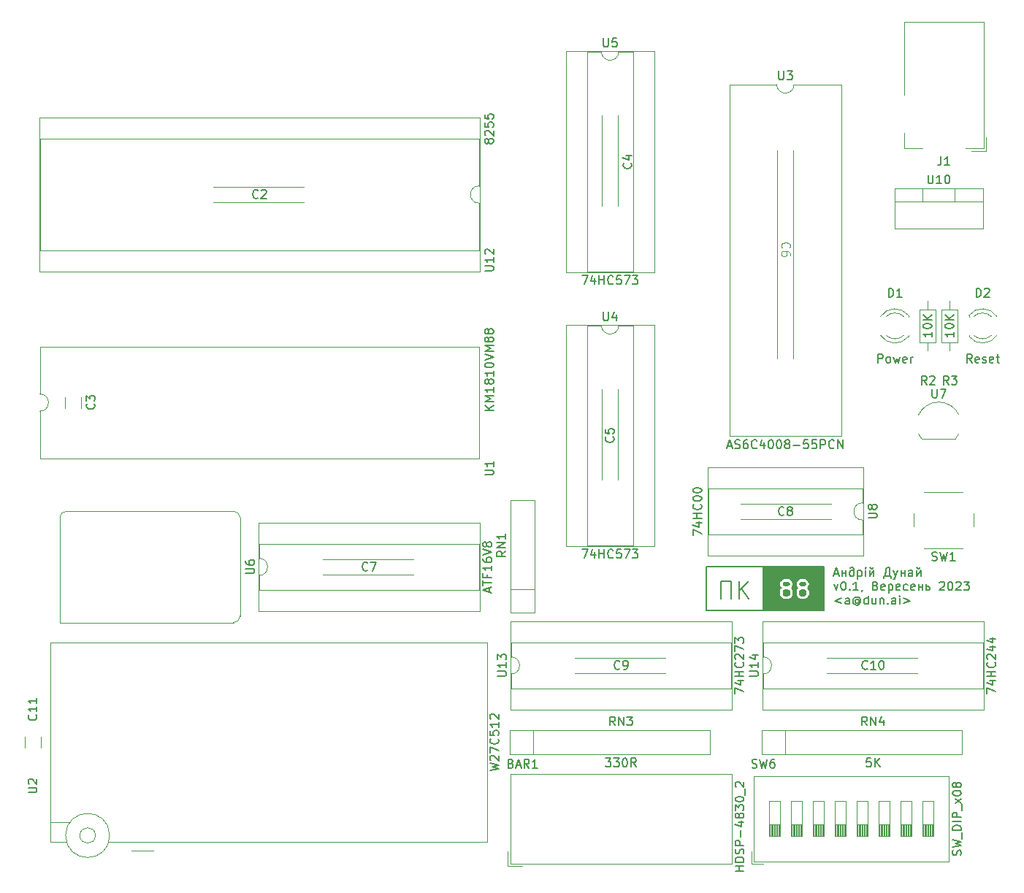
<source format=gbr>
%TF.GenerationSoftware,KiCad,Pcbnew,7.0.7*%
%TF.CreationDate,2023-09-27T12:16:48+03:00*%
%TF.ProjectId,main,6d61696e-2e6b-4696-9361-645f70636258,rev?*%
%TF.SameCoordinates,Original*%
%TF.FileFunction,Legend,Top*%
%TF.FilePolarity,Positive*%
%FSLAX46Y46*%
G04 Gerber Fmt 4.6, Leading zero omitted, Abs format (unit mm)*
G04 Created by KiCad (PCBNEW 7.0.7) date 2023-09-27 12:16:48*
%MOMM*%
%LPD*%
G01*
G04 APERTURE LIST*
%ADD10C,0.150000*%
%ADD11C,0.300000*%
%ADD12C,0.200000*%
%ADD13C,0.100000*%
%ADD14C,0.120000*%
G04 APERTURE END LIST*
D10*
X105410000Y41910000D02*
X112395000Y41910000D01*
X112395000Y40640000D01*
X105410000Y40640000D01*
X105410000Y41910000D01*
G36*
X105410000Y41910000D02*
G01*
X112395000Y41910000D01*
X112395000Y40640000D01*
X105410000Y40640000D01*
X105410000Y41910000D01*
G37*
X110807500Y44450000D02*
X112395000Y44450000D01*
X112395000Y41910000D01*
X110807500Y41910000D01*
X110807500Y44450000D01*
G36*
X110807500Y44450000D02*
G01*
X112395000Y44450000D01*
X112395000Y41910000D01*
X110807500Y41910000D01*
X110807500Y44450000D01*
G37*
X105410000Y44450000D02*
X106997500Y44450000D01*
X106997500Y41910000D01*
X105410000Y41910000D01*
X105410000Y44450000D01*
G36*
X105410000Y44450000D02*
G01*
X106997500Y44450000D01*
X106997500Y41910000D01*
X105410000Y41910000D01*
X105410000Y44450000D01*
G37*
X105410000Y45720000D02*
X112395000Y45720000D01*
X112395000Y44450000D01*
X105410000Y44450000D01*
X105410000Y45720000D01*
G36*
X105410000Y45720000D02*
G01*
X112395000Y45720000D01*
X112395000Y44450000D01*
X105410000Y44450000D01*
X105410000Y45720000D01*
G37*
X113636660Y44910895D02*
X114112850Y44910895D01*
X113541422Y44625180D02*
X113874755Y45625180D01*
X113874755Y45625180D02*
X114208088Y44625180D01*
X114541422Y44958514D02*
X114969993Y44958514D01*
X114541422Y45291847D02*
X114541422Y44625180D01*
X114969993Y45291847D02*
X114969993Y44625180D01*
X115922374Y45196609D02*
X115874755Y45244228D01*
X115874755Y45244228D02*
X115779517Y45291847D01*
X115779517Y45291847D02*
X115589041Y45291847D01*
X115589041Y45291847D02*
X115493803Y45244228D01*
X115493803Y45244228D02*
X115446184Y45196609D01*
X115446184Y45196609D02*
X115398565Y45101371D01*
X115398565Y45101371D02*
X115398565Y44815657D01*
X115398565Y44815657D02*
X115446184Y44720419D01*
X115446184Y44720419D02*
X115493803Y44672800D01*
X115493803Y44672800D02*
X115589041Y44625180D01*
X115589041Y44625180D02*
X115731898Y44625180D01*
X115731898Y44625180D02*
X115827136Y44672800D01*
X115827136Y44672800D02*
X115874755Y44720419D01*
X115874755Y44720419D02*
X115922374Y44815657D01*
X115922374Y44815657D02*
X115922374Y45434704D01*
X115922374Y45434704D02*
X115874755Y45529942D01*
X115874755Y45529942D02*
X115827136Y45577561D01*
X115827136Y45577561D02*
X115731898Y45625180D01*
X115731898Y45625180D02*
X115541422Y45625180D01*
X115541422Y45625180D02*
X115446184Y45577561D01*
X116350946Y45291847D02*
X116350946Y44291847D01*
X116350946Y45244228D02*
X116446184Y45291847D01*
X116446184Y45291847D02*
X116636660Y45291847D01*
X116636660Y45291847D02*
X116731898Y45244228D01*
X116731898Y45244228D02*
X116779517Y45196609D01*
X116779517Y45196609D02*
X116827136Y45101371D01*
X116827136Y45101371D02*
X116827136Y44815657D01*
X116827136Y44815657D02*
X116779517Y44720419D01*
X116779517Y44720419D02*
X116731898Y44672800D01*
X116731898Y44672800D02*
X116636660Y44625180D01*
X116636660Y44625180D02*
X116446184Y44625180D01*
X116446184Y44625180D02*
X116350946Y44672800D01*
X117255708Y44625180D02*
X117255708Y45291847D01*
X117255708Y45625180D02*
X117208089Y45577561D01*
X117208089Y45577561D02*
X117255708Y45529942D01*
X117255708Y45529942D02*
X117303327Y45577561D01*
X117303327Y45577561D02*
X117255708Y45625180D01*
X117255708Y45625180D02*
X117255708Y45529942D01*
X117731898Y45291847D02*
X117731898Y44625180D01*
X117731898Y44625180D02*
X118208088Y45291847D01*
X118208088Y45291847D02*
X118208088Y44625180D01*
X117779517Y45672800D02*
X117827136Y45577561D01*
X117827136Y45577561D02*
X117922374Y45529942D01*
X117922374Y45529942D02*
X118017612Y45529942D01*
X118017612Y45529942D02*
X118112850Y45577561D01*
X118112850Y45577561D02*
X118160469Y45672800D01*
X120208089Y44387085D02*
X120208089Y44625180D01*
X120208089Y44625180D02*
X119350946Y44625180D01*
X119350946Y44625180D02*
X119350946Y44387085D01*
X120017612Y44625180D02*
X120017612Y45625180D01*
X120017612Y45625180D02*
X119779517Y45625180D01*
X119779517Y45625180D02*
X119684279Y45577561D01*
X119684279Y45577561D02*
X119636660Y45529942D01*
X119636660Y45529942D02*
X119589041Y45434704D01*
X119589041Y45434704D02*
X119493803Y44625180D01*
X120493803Y45291847D02*
X120731898Y44625180D01*
X120969993Y45291847D02*
X120731898Y44625180D01*
X120731898Y44625180D02*
X120636660Y44387085D01*
X120636660Y44387085D02*
X120589041Y44339466D01*
X120589041Y44339466D02*
X120493803Y44291847D01*
X121350946Y44958514D02*
X121779517Y44958514D01*
X121350946Y45291847D02*
X121350946Y44625180D01*
X121779517Y45291847D02*
X121779517Y44625180D01*
X122684279Y44625180D02*
X122684279Y45148990D01*
X122684279Y45148990D02*
X122636660Y45244228D01*
X122636660Y45244228D02*
X122541422Y45291847D01*
X122541422Y45291847D02*
X122350946Y45291847D01*
X122350946Y45291847D02*
X122255708Y45244228D01*
X122684279Y44672800D02*
X122589041Y44625180D01*
X122589041Y44625180D02*
X122350946Y44625180D01*
X122350946Y44625180D02*
X122255708Y44672800D01*
X122255708Y44672800D02*
X122208089Y44768038D01*
X122208089Y44768038D02*
X122208089Y44863276D01*
X122208089Y44863276D02*
X122255708Y44958514D01*
X122255708Y44958514D02*
X122350946Y45006133D01*
X122350946Y45006133D02*
X122589041Y45006133D01*
X122589041Y45006133D02*
X122684279Y45053752D01*
X123160470Y45291847D02*
X123160470Y44625180D01*
X123160470Y44625180D02*
X123636660Y45291847D01*
X123636660Y45291847D02*
X123636660Y44625180D01*
X123208089Y45672800D02*
X123255708Y45577561D01*
X123255708Y45577561D02*
X123350946Y45529942D01*
X123350946Y45529942D02*
X123446184Y45529942D01*
X123446184Y45529942D02*
X123541422Y45577561D01*
X123541422Y45577561D02*
X123589041Y45672800D01*
X113589041Y43681847D02*
X113827136Y43015180D01*
X113827136Y43015180D02*
X114065231Y43681847D01*
X114636660Y44015180D02*
X114731898Y44015180D01*
X114731898Y44015180D02*
X114827136Y43967561D01*
X114827136Y43967561D02*
X114874755Y43919942D01*
X114874755Y43919942D02*
X114922374Y43824704D01*
X114922374Y43824704D02*
X114969993Y43634228D01*
X114969993Y43634228D02*
X114969993Y43396133D01*
X114969993Y43396133D02*
X114922374Y43205657D01*
X114922374Y43205657D02*
X114874755Y43110419D01*
X114874755Y43110419D02*
X114827136Y43062800D01*
X114827136Y43062800D02*
X114731898Y43015180D01*
X114731898Y43015180D02*
X114636660Y43015180D01*
X114636660Y43015180D02*
X114541422Y43062800D01*
X114541422Y43062800D02*
X114493803Y43110419D01*
X114493803Y43110419D02*
X114446184Y43205657D01*
X114446184Y43205657D02*
X114398565Y43396133D01*
X114398565Y43396133D02*
X114398565Y43634228D01*
X114398565Y43634228D02*
X114446184Y43824704D01*
X114446184Y43824704D02*
X114493803Y43919942D01*
X114493803Y43919942D02*
X114541422Y43967561D01*
X114541422Y43967561D02*
X114636660Y44015180D01*
X115398565Y43110419D02*
X115446184Y43062800D01*
X115446184Y43062800D02*
X115398565Y43015180D01*
X115398565Y43015180D02*
X115350946Y43062800D01*
X115350946Y43062800D02*
X115398565Y43110419D01*
X115398565Y43110419D02*
X115398565Y43015180D01*
X116398564Y43015180D02*
X115827136Y43015180D01*
X116112850Y43015180D02*
X116112850Y44015180D01*
X116112850Y44015180D02*
X116017612Y43872323D01*
X116017612Y43872323D02*
X115922374Y43777085D01*
X115922374Y43777085D02*
X115827136Y43729466D01*
X116874755Y43062800D02*
X116874755Y43015180D01*
X116874755Y43015180D02*
X116827136Y42919942D01*
X116827136Y42919942D02*
X116779517Y42872323D01*
X118398564Y43538990D02*
X118541421Y43491371D01*
X118541421Y43491371D02*
X118589040Y43443752D01*
X118589040Y43443752D02*
X118636659Y43348514D01*
X118636659Y43348514D02*
X118636659Y43205657D01*
X118636659Y43205657D02*
X118589040Y43110419D01*
X118589040Y43110419D02*
X118541421Y43062800D01*
X118541421Y43062800D02*
X118446183Y43015180D01*
X118446183Y43015180D02*
X118065231Y43015180D01*
X118065231Y43015180D02*
X118065231Y44015180D01*
X118065231Y44015180D02*
X118398564Y44015180D01*
X118398564Y44015180D02*
X118493802Y43967561D01*
X118493802Y43967561D02*
X118541421Y43919942D01*
X118541421Y43919942D02*
X118589040Y43824704D01*
X118589040Y43824704D02*
X118589040Y43729466D01*
X118589040Y43729466D02*
X118541421Y43634228D01*
X118541421Y43634228D02*
X118493802Y43586609D01*
X118493802Y43586609D02*
X118398564Y43538990D01*
X118398564Y43538990D02*
X118065231Y43538990D01*
X119446183Y43062800D02*
X119350945Y43015180D01*
X119350945Y43015180D02*
X119160469Y43015180D01*
X119160469Y43015180D02*
X119065231Y43062800D01*
X119065231Y43062800D02*
X119017612Y43158038D01*
X119017612Y43158038D02*
X119017612Y43538990D01*
X119017612Y43538990D02*
X119065231Y43634228D01*
X119065231Y43634228D02*
X119160469Y43681847D01*
X119160469Y43681847D02*
X119350945Y43681847D01*
X119350945Y43681847D02*
X119446183Y43634228D01*
X119446183Y43634228D02*
X119493802Y43538990D01*
X119493802Y43538990D02*
X119493802Y43443752D01*
X119493802Y43443752D02*
X119017612Y43348514D01*
X119922374Y43681847D02*
X119922374Y42681847D01*
X119922374Y43634228D02*
X120017612Y43681847D01*
X120017612Y43681847D02*
X120208088Y43681847D01*
X120208088Y43681847D02*
X120303326Y43634228D01*
X120303326Y43634228D02*
X120350945Y43586609D01*
X120350945Y43586609D02*
X120398564Y43491371D01*
X120398564Y43491371D02*
X120398564Y43205657D01*
X120398564Y43205657D02*
X120350945Y43110419D01*
X120350945Y43110419D02*
X120303326Y43062800D01*
X120303326Y43062800D02*
X120208088Y43015180D01*
X120208088Y43015180D02*
X120017612Y43015180D01*
X120017612Y43015180D02*
X119922374Y43062800D01*
X121208088Y43062800D02*
X121112850Y43015180D01*
X121112850Y43015180D02*
X120922374Y43015180D01*
X120922374Y43015180D02*
X120827136Y43062800D01*
X120827136Y43062800D02*
X120779517Y43158038D01*
X120779517Y43158038D02*
X120779517Y43538990D01*
X120779517Y43538990D02*
X120827136Y43634228D01*
X120827136Y43634228D02*
X120922374Y43681847D01*
X120922374Y43681847D02*
X121112850Y43681847D01*
X121112850Y43681847D02*
X121208088Y43634228D01*
X121208088Y43634228D02*
X121255707Y43538990D01*
X121255707Y43538990D02*
X121255707Y43443752D01*
X121255707Y43443752D02*
X120779517Y43348514D01*
X122112850Y43062800D02*
X122017612Y43015180D01*
X122017612Y43015180D02*
X121827136Y43015180D01*
X121827136Y43015180D02*
X121731898Y43062800D01*
X121731898Y43062800D02*
X121684279Y43110419D01*
X121684279Y43110419D02*
X121636660Y43205657D01*
X121636660Y43205657D02*
X121636660Y43491371D01*
X121636660Y43491371D02*
X121684279Y43586609D01*
X121684279Y43586609D02*
X121731898Y43634228D01*
X121731898Y43634228D02*
X121827136Y43681847D01*
X121827136Y43681847D02*
X122017612Y43681847D01*
X122017612Y43681847D02*
X122112850Y43634228D01*
X122922374Y43062800D02*
X122827136Y43015180D01*
X122827136Y43015180D02*
X122636660Y43015180D01*
X122636660Y43015180D02*
X122541422Y43062800D01*
X122541422Y43062800D02*
X122493803Y43158038D01*
X122493803Y43158038D02*
X122493803Y43538990D01*
X122493803Y43538990D02*
X122541422Y43634228D01*
X122541422Y43634228D02*
X122636660Y43681847D01*
X122636660Y43681847D02*
X122827136Y43681847D01*
X122827136Y43681847D02*
X122922374Y43634228D01*
X122922374Y43634228D02*
X122969993Y43538990D01*
X122969993Y43538990D02*
X122969993Y43443752D01*
X122969993Y43443752D02*
X122493803Y43348514D01*
X123398565Y43348514D02*
X123827136Y43348514D01*
X123398565Y43681847D02*
X123398565Y43015180D01*
X123827136Y43681847D02*
X123827136Y43015180D01*
X124303327Y43681847D02*
X124303327Y43015180D01*
X124303327Y43015180D02*
X124541422Y43015180D01*
X124541422Y43015180D02*
X124636660Y43062800D01*
X124636660Y43062800D02*
X124684279Y43158038D01*
X124684279Y43158038D02*
X124684279Y43300895D01*
X124684279Y43300895D02*
X124636660Y43396133D01*
X124636660Y43396133D02*
X124541422Y43443752D01*
X124541422Y43443752D02*
X124303327Y43443752D01*
X125827137Y43919942D02*
X125874756Y43967561D01*
X125874756Y43967561D02*
X125969994Y44015180D01*
X125969994Y44015180D02*
X126208089Y44015180D01*
X126208089Y44015180D02*
X126303327Y43967561D01*
X126303327Y43967561D02*
X126350946Y43919942D01*
X126350946Y43919942D02*
X126398565Y43824704D01*
X126398565Y43824704D02*
X126398565Y43729466D01*
X126398565Y43729466D02*
X126350946Y43586609D01*
X126350946Y43586609D02*
X125779518Y43015180D01*
X125779518Y43015180D02*
X126398565Y43015180D01*
X127017613Y44015180D02*
X127112851Y44015180D01*
X127112851Y44015180D02*
X127208089Y43967561D01*
X127208089Y43967561D02*
X127255708Y43919942D01*
X127255708Y43919942D02*
X127303327Y43824704D01*
X127303327Y43824704D02*
X127350946Y43634228D01*
X127350946Y43634228D02*
X127350946Y43396133D01*
X127350946Y43396133D02*
X127303327Y43205657D01*
X127303327Y43205657D02*
X127255708Y43110419D01*
X127255708Y43110419D02*
X127208089Y43062800D01*
X127208089Y43062800D02*
X127112851Y43015180D01*
X127112851Y43015180D02*
X127017613Y43015180D01*
X127017613Y43015180D02*
X126922375Y43062800D01*
X126922375Y43062800D02*
X126874756Y43110419D01*
X126874756Y43110419D02*
X126827137Y43205657D01*
X126827137Y43205657D02*
X126779518Y43396133D01*
X126779518Y43396133D02*
X126779518Y43634228D01*
X126779518Y43634228D02*
X126827137Y43824704D01*
X126827137Y43824704D02*
X126874756Y43919942D01*
X126874756Y43919942D02*
X126922375Y43967561D01*
X126922375Y43967561D02*
X127017613Y44015180D01*
X127731899Y43919942D02*
X127779518Y43967561D01*
X127779518Y43967561D02*
X127874756Y44015180D01*
X127874756Y44015180D02*
X128112851Y44015180D01*
X128112851Y44015180D02*
X128208089Y43967561D01*
X128208089Y43967561D02*
X128255708Y43919942D01*
X128255708Y43919942D02*
X128303327Y43824704D01*
X128303327Y43824704D02*
X128303327Y43729466D01*
X128303327Y43729466D02*
X128255708Y43586609D01*
X128255708Y43586609D02*
X127684280Y43015180D01*
X127684280Y43015180D02*
X128303327Y43015180D01*
X128636661Y44015180D02*
X129255708Y44015180D01*
X129255708Y44015180D02*
X128922375Y43634228D01*
X128922375Y43634228D02*
X129065232Y43634228D01*
X129065232Y43634228D02*
X129160470Y43586609D01*
X129160470Y43586609D02*
X129208089Y43538990D01*
X129208089Y43538990D02*
X129255708Y43443752D01*
X129255708Y43443752D02*
X129255708Y43205657D01*
X129255708Y43205657D02*
X129208089Y43110419D01*
X129208089Y43110419D02*
X129160470Y43062800D01*
X129160470Y43062800D02*
X129065232Y43015180D01*
X129065232Y43015180D02*
X128779518Y43015180D01*
X128779518Y43015180D02*
X128684280Y43062800D01*
X128684280Y43062800D02*
X128636661Y43110419D01*
X114446184Y42071847D02*
X113684279Y41786133D01*
X113684279Y41786133D02*
X114446184Y41500419D01*
X115350945Y41405180D02*
X115350945Y41928990D01*
X115350945Y41928990D02*
X115303326Y42024228D01*
X115303326Y42024228D02*
X115208088Y42071847D01*
X115208088Y42071847D02*
X115017612Y42071847D01*
X115017612Y42071847D02*
X114922374Y42024228D01*
X115350945Y41452800D02*
X115255707Y41405180D01*
X115255707Y41405180D02*
X115017612Y41405180D01*
X115017612Y41405180D02*
X114922374Y41452800D01*
X114922374Y41452800D02*
X114874755Y41548038D01*
X114874755Y41548038D02*
X114874755Y41643276D01*
X114874755Y41643276D02*
X114922374Y41738514D01*
X114922374Y41738514D02*
X115017612Y41786133D01*
X115017612Y41786133D02*
X115255707Y41786133D01*
X115255707Y41786133D02*
X115350945Y41833752D01*
X116446183Y41881371D02*
X116398564Y41928990D01*
X116398564Y41928990D02*
X116303326Y41976609D01*
X116303326Y41976609D02*
X116208088Y41976609D01*
X116208088Y41976609D02*
X116112850Y41928990D01*
X116112850Y41928990D02*
X116065231Y41881371D01*
X116065231Y41881371D02*
X116017612Y41786133D01*
X116017612Y41786133D02*
X116017612Y41690895D01*
X116017612Y41690895D02*
X116065231Y41595657D01*
X116065231Y41595657D02*
X116112850Y41548038D01*
X116112850Y41548038D02*
X116208088Y41500419D01*
X116208088Y41500419D02*
X116303326Y41500419D01*
X116303326Y41500419D02*
X116398564Y41548038D01*
X116398564Y41548038D02*
X116446183Y41595657D01*
X116446183Y41976609D02*
X116446183Y41595657D01*
X116446183Y41595657D02*
X116493802Y41548038D01*
X116493802Y41548038D02*
X116541421Y41548038D01*
X116541421Y41548038D02*
X116636660Y41595657D01*
X116636660Y41595657D02*
X116684279Y41690895D01*
X116684279Y41690895D02*
X116684279Y41928990D01*
X116684279Y41928990D02*
X116589041Y42071847D01*
X116589041Y42071847D02*
X116446183Y42167085D01*
X116446183Y42167085D02*
X116255707Y42214704D01*
X116255707Y42214704D02*
X116065231Y42167085D01*
X116065231Y42167085D02*
X115922374Y42071847D01*
X115922374Y42071847D02*
X115827136Y41928990D01*
X115827136Y41928990D02*
X115779517Y41738514D01*
X115779517Y41738514D02*
X115827136Y41548038D01*
X115827136Y41548038D02*
X115922374Y41405180D01*
X115922374Y41405180D02*
X116065231Y41309942D01*
X116065231Y41309942D02*
X116255707Y41262323D01*
X116255707Y41262323D02*
X116446183Y41309942D01*
X116446183Y41309942D02*
X116589041Y41405180D01*
X117541421Y41405180D02*
X117541421Y42405180D01*
X117541421Y41452800D02*
X117446183Y41405180D01*
X117446183Y41405180D02*
X117255707Y41405180D01*
X117255707Y41405180D02*
X117160469Y41452800D01*
X117160469Y41452800D02*
X117112850Y41500419D01*
X117112850Y41500419D02*
X117065231Y41595657D01*
X117065231Y41595657D02*
X117065231Y41881371D01*
X117065231Y41881371D02*
X117112850Y41976609D01*
X117112850Y41976609D02*
X117160469Y42024228D01*
X117160469Y42024228D02*
X117255707Y42071847D01*
X117255707Y42071847D02*
X117446183Y42071847D01*
X117446183Y42071847D02*
X117541421Y42024228D01*
X118446183Y42071847D02*
X118446183Y41405180D01*
X118017612Y42071847D02*
X118017612Y41548038D01*
X118017612Y41548038D02*
X118065231Y41452800D01*
X118065231Y41452800D02*
X118160469Y41405180D01*
X118160469Y41405180D02*
X118303326Y41405180D01*
X118303326Y41405180D02*
X118398564Y41452800D01*
X118398564Y41452800D02*
X118446183Y41500419D01*
X118922374Y42071847D02*
X118922374Y41405180D01*
X118922374Y41976609D02*
X118969993Y42024228D01*
X118969993Y42024228D02*
X119065231Y42071847D01*
X119065231Y42071847D02*
X119208088Y42071847D01*
X119208088Y42071847D02*
X119303326Y42024228D01*
X119303326Y42024228D02*
X119350945Y41928990D01*
X119350945Y41928990D02*
X119350945Y41405180D01*
X119827136Y41500419D02*
X119874755Y41452800D01*
X119874755Y41452800D02*
X119827136Y41405180D01*
X119827136Y41405180D02*
X119779517Y41452800D01*
X119779517Y41452800D02*
X119827136Y41500419D01*
X119827136Y41500419D02*
X119827136Y41405180D01*
X120731897Y41405180D02*
X120731897Y41928990D01*
X120731897Y41928990D02*
X120684278Y42024228D01*
X120684278Y42024228D02*
X120589040Y42071847D01*
X120589040Y42071847D02*
X120398564Y42071847D01*
X120398564Y42071847D02*
X120303326Y42024228D01*
X120731897Y41452800D02*
X120636659Y41405180D01*
X120636659Y41405180D02*
X120398564Y41405180D01*
X120398564Y41405180D02*
X120303326Y41452800D01*
X120303326Y41452800D02*
X120255707Y41548038D01*
X120255707Y41548038D02*
X120255707Y41643276D01*
X120255707Y41643276D02*
X120303326Y41738514D01*
X120303326Y41738514D02*
X120398564Y41786133D01*
X120398564Y41786133D02*
X120636659Y41786133D01*
X120636659Y41786133D02*
X120731897Y41833752D01*
X121208088Y41405180D02*
X121208088Y42071847D01*
X121208088Y42405180D02*
X121160469Y42357561D01*
X121160469Y42357561D02*
X121208088Y42309942D01*
X121208088Y42309942D02*
X121255707Y42357561D01*
X121255707Y42357561D02*
X121208088Y42405180D01*
X121208088Y42405180D02*
X121208088Y42309942D01*
X121684278Y42071847D02*
X122446183Y41786133D01*
X122446183Y41786133D02*
X121684278Y41500419D01*
D11*
G36*
X108359018Y43078181D02*
G01*
X108419832Y43017367D01*
X108488348Y42880336D01*
X108488348Y42570204D01*
X108419832Y42433172D01*
X108359018Y42372358D01*
X108221985Y42303841D01*
X107911854Y42303841D01*
X107774820Y42372358D01*
X107714007Y42433171D01*
X107645491Y42570204D01*
X107645491Y42880335D01*
X107714007Y43017367D01*
X107774820Y43078181D01*
X107911854Y43146699D01*
X108221985Y43146699D01*
X108359018Y43078181D01*
G37*
G36*
X108359018Y43935325D02*
G01*
X108419831Y43874511D01*
X108488348Y43737478D01*
X108488348Y43713060D01*
X108419832Y43576029D01*
X108359018Y43515215D01*
X108221986Y43446699D01*
X107911853Y43446699D01*
X107774821Y43515215D01*
X107714007Y43576028D01*
X107645491Y43713061D01*
X107645491Y43737479D01*
X107714007Y43874511D01*
X107774821Y43935325D01*
X107911853Y44003841D01*
X108221986Y44003841D01*
X108359018Y43935325D01*
G37*
G36*
X110263780Y43078181D02*
G01*
X110324594Y43017367D01*
X110393110Y42880336D01*
X110393110Y42570204D01*
X110324594Y42433172D01*
X110263780Y42372358D01*
X110126747Y42303841D01*
X109816616Y42303841D01*
X109679582Y42372358D01*
X109618769Y42433171D01*
X109550253Y42570204D01*
X109550253Y42880336D01*
X109618768Y43017367D01*
X109679582Y43078181D01*
X109816616Y43146699D01*
X110126747Y43146699D01*
X110263780Y43078181D01*
G37*
G36*
X110263780Y43935325D02*
G01*
X110324594Y43874510D01*
X110393110Y43737479D01*
X110393110Y43713060D01*
X110324594Y43576029D01*
X110263780Y43515215D01*
X110126748Y43446699D01*
X109816615Y43446699D01*
X109679582Y43515215D01*
X109618769Y43576028D01*
X109550253Y43713060D01*
X109550253Y43737479D01*
X109618769Y43874511D01*
X109679583Y43935325D01*
X109816615Y44003841D01*
X110126748Y44003841D01*
X110263780Y43935325D01*
G37*
G36*
X110978824Y41718127D02*
G01*
X107059777Y41718127D01*
X107059777Y42534794D01*
X107345491Y42534794D01*
X107354414Y42501492D01*
X107361327Y42467712D01*
X107456565Y42277236D01*
X107472587Y42259167D01*
X107484663Y42238252D01*
X107579901Y42143014D01*
X107600814Y42130939D01*
X107618884Y42114916D01*
X107809360Y42019677D01*
X107843144Y42012763D01*
X107876443Y42003841D01*
X108257396Y42003841D01*
X108290696Y42012763D01*
X108324479Y42019677D01*
X108514955Y42114916D01*
X108533024Y42130939D01*
X108553938Y42143014D01*
X108649176Y42238252D01*
X108661250Y42259166D01*
X108677274Y42277236D01*
X108772512Y42467712D01*
X108779424Y42501490D01*
X108788348Y42534794D01*
X109250253Y42534794D01*
X109259176Y42501492D01*
X109266089Y42467712D01*
X109361327Y42277236D01*
X109377349Y42259167D01*
X109389425Y42238252D01*
X109484663Y42143014D01*
X109505576Y42130939D01*
X109523646Y42114916D01*
X109714122Y42019677D01*
X109747906Y42012763D01*
X109781205Y42003841D01*
X110162158Y42003841D01*
X110195458Y42012763D01*
X110229241Y42019677D01*
X110419717Y42114916D01*
X110437786Y42130939D01*
X110458700Y42143014D01*
X110553938Y42238252D01*
X110566012Y42259166D01*
X110582036Y42277236D01*
X110677274Y42467712D01*
X110684186Y42501490D01*
X110693110Y42534794D01*
X110693110Y42915746D01*
X110684186Y42949049D01*
X110677274Y42982828D01*
X110582036Y43173304D01*
X110566012Y43191373D01*
X110553938Y43212288D01*
X110469527Y43296698D01*
X110553938Y43381109D01*
X110566012Y43402023D01*
X110582036Y43420093D01*
X110677274Y43610569D01*
X110684186Y43644347D01*
X110693110Y43677651D01*
X110693110Y43772889D01*
X110684186Y43806192D01*
X110677274Y43839971D01*
X110582036Y44030447D01*
X110566012Y44048516D01*
X110553938Y44069431D01*
X110458700Y44164669D01*
X110437784Y44176744D01*
X110419716Y44192767D01*
X110229240Y44288005D01*
X110195459Y44294917D01*
X110162158Y44303841D01*
X109781205Y44303841D01*
X109747901Y44294917D01*
X109714123Y44288005D01*
X109523647Y44192767D01*
X109505577Y44176743D01*
X109484663Y44164669D01*
X109389425Y44069431D01*
X109377349Y44048515D01*
X109361327Y44030447D01*
X109266089Y43839971D01*
X109259176Y43806190D01*
X109250253Y43772889D01*
X109250253Y43677651D01*
X109259176Y43644349D01*
X109266089Y43610569D01*
X109361327Y43420093D01*
X109377349Y43402024D01*
X109389425Y43381109D01*
X109473835Y43296698D01*
X109389425Y43212288D01*
X109377349Y43191372D01*
X109361327Y43173304D01*
X109266089Y42982828D01*
X109259176Y42949047D01*
X109250253Y42915746D01*
X109250253Y42534794D01*
X108788348Y42534794D01*
X108788348Y42915746D01*
X108779424Y42949049D01*
X108772512Y42982828D01*
X108677274Y43173304D01*
X108661250Y43191373D01*
X108649176Y43212288D01*
X108564765Y43296698D01*
X108649176Y43381109D01*
X108661250Y43402023D01*
X108677274Y43420093D01*
X108772512Y43610569D01*
X108779424Y43644347D01*
X108788348Y43677651D01*
X108788348Y43772889D01*
X108779424Y43806192D01*
X108772512Y43839971D01*
X108677274Y44030447D01*
X108661250Y44048516D01*
X108649176Y44069431D01*
X108553938Y44164669D01*
X108533022Y44176744D01*
X108514954Y44192767D01*
X108324478Y44288005D01*
X108290697Y44294917D01*
X108257396Y44303841D01*
X107876443Y44303841D01*
X107843139Y44294917D01*
X107809361Y44288005D01*
X107618885Y44192767D01*
X107600815Y44176743D01*
X107579901Y44164669D01*
X107484663Y44069431D01*
X107472587Y44048515D01*
X107456565Y44030447D01*
X107361327Y43839971D01*
X107354414Y43806190D01*
X107345491Y43772889D01*
X107345491Y43677651D01*
X107354414Y43644349D01*
X107361327Y43610569D01*
X107456565Y43420093D01*
X107472587Y43402024D01*
X107484663Y43381109D01*
X107569073Y43296698D01*
X107484663Y43212288D01*
X107472587Y43191372D01*
X107456565Y43173304D01*
X107361327Y42982828D01*
X107354414Y42949047D01*
X107345491Y42915746D01*
X107345491Y42534794D01*
X107059777Y42534794D01*
X107059777Y44589555D01*
X110978824Y44589555D01*
X110978824Y41718127D01*
G37*
D12*
X100490535Y42060161D02*
X100490535Y44060161D01*
X100490535Y44060161D02*
X101633392Y44060161D01*
X101633392Y44060161D02*
X101633392Y42060161D01*
X102585773Y42060161D02*
X102585773Y44060161D01*
X103728630Y42060161D02*
X102871487Y43203019D01*
X103728630Y44060161D02*
X102585773Y42917304D01*
D10*
X98742500Y45720000D02*
X105381428Y45720000D01*
X105381428Y40640000D01*
X98742500Y40640000D01*
X98742500Y45720000D01*
X119911905Y77015180D02*
X119911905Y78015180D01*
X119911905Y78015180D02*
X120150000Y78015180D01*
X120150000Y78015180D02*
X120292857Y77967561D01*
X120292857Y77967561D02*
X120388095Y77872323D01*
X120388095Y77872323D02*
X120435714Y77777085D01*
X120435714Y77777085D02*
X120483333Y77586609D01*
X120483333Y77586609D02*
X120483333Y77443752D01*
X120483333Y77443752D02*
X120435714Y77253276D01*
X120435714Y77253276D02*
X120388095Y77158038D01*
X120388095Y77158038D02*
X120292857Y77062800D01*
X120292857Y77062800D02*
X120150000Y77015180D01*
X120150000Y77015180D02*
X119911905Y77015180D01*
X121435714Y77015180D02*
X120864286Y77015180D01*
X121150000Y77015180D02*
X121150000Y78015180D01*
X121150000Y78015180D02*
X121054762Y77872323D01*
X121054762Y77872323D02*
X120959524Y77777085D01*
X120959524Y77777085D02*
X120864286Y77729466D01*
X118673809Y69395180D02*
X118673809Y70395180D01*
X118673809Y70395180D02*
X119054761Y70395180D01*
X119054761Y70395180D02*
X119149999Y70347561D01*
X119149999Y70347561D02*
X119197618Y70299942D01*
X119197618Y70299942D02*
X119245237Y70204704D01*
X119245237Y70204704D02*
X119245237Y70061847D01*
X119245237Y70061847D02*
X119197618Y69966609D01*
X119197618Y69966609D02*
X119149999Y69918990D01*
X119149999Y69918990D02*
X119054761Y69871371D01*
X119054761Y69871371D02*
X118673809Y69871371D01*
X119816666Y69395180D02*
X119721428Y69442800D01*
X119721428Y69442800D02*
X119673809Y69490419D01*
X119673809Y69490419D02*
X119626190Y69585657D01*
X119626190Y69585657D02*
X119626190Y69871371D01*
X119626190Y69871371D02*
X119673809Y69966609D01*
X119673809Y69966609D02*
X119721428Y70014228D01*
X119721428Y70014228D02*
X119816666Y70061847D01*
X119816666Y70061847D02*
X119959523Y70061847D01*
X119959523Y70061847D02*
X120054761Y70014228D01*
X120054761Y70014228D02*
X120102380Y69966609D01*
X120102380Y69966609D02*
X120149999Y69871371D01*
X120149999Y69871371D02*
X120149999Y69585657D01*
X120149999Y69585657D02*
X120102380Y69490419D01*
X120102380Y69490419D02*
X120054761Y69442800D01*
X120054761Y69442800D02*
X119959523Y69395180D01*
X119959523Y69395180D02*
X119816666Y69395180D01*
X120483333Y70061847D02*
X120673809Y69395180D01*
X120673809Y69395180D02*
X120864285Y69871371D01*
X120864285Y69871371D02*
X121054761Y69395180D01*
X121054761Y69395180D02*
X121245237Y70061847D01*
X122007142Y69442800D02*
X121911904Y69395180D01*
X121911904Y69395180D02*
X121721428Y69395180D01*
X121721428Y69395180D02*
X121626190Y69442800D01*
X121626190Y69442800D02*
X121578571Y69538038D01*
X121578571Y69538038D02*
X121578571Y69918990D01*
X121578571Y69918990D02*
X121626190Y70014228D01*
X121626190Y70014228D02*
X121721428Y70061847D01*
X121721428Y70061847D02*
X121911904Y70061847D01*
X121911904Y70061847D02*
X122007142Y70014228D01*
X122007142Y70014228D02*
X122054761Y69918990D01*
X122054761Y69918990D02*
X122054761Y69823752D01*
X122054761Y69823752D02*
X121578571Y69728514D01*
X122483333Y69395180D02*
X122483333Y70061847D01*
X122483333Y69871371D02*
X122530952Y69966609D01*
X122530952Y69966609D02*
X122578571Y70014228D01*
X122578571Y70014228D02*
X122673809Y70061847D01*
X122673809Y70061847D02*
X122769047Y70061847D01*
X86868095Y75265180D02*
X86868095Y74455657D01*
X86868095Y74455657D02*
X86915714Y74360419D01*
X86915714Y74360419D02*
X86963333Y74312800D01*
X86963333Y74312800D02*
X87058571Y74265180D01*
X87058571Y74265180D02*
X87249047Y74265180D01*
X87249047Y74265180D02*
X87344285Y74312800D01*
X87344285Y74312800D02*
X87391904Y74360419D01*
X87391904Y74360419D02*
X87439523Y74455657D01*
X87439523Y74455657D02*
X87439523Y75265180D01*
X88344285Y74931847D02*
X88344285Y74265180D01*
X88106190Y75312800D02*
X87868095Y74598514D01*
X87868095Y74598514D02*
X88487142Y74598514D01*
X84368095Y47745180D02*
X85034761Y47745180D01*
X85034761Y47745180D02*
X84606190Y46745180D01*
X85844285Y47411847D02*
X85844285Y46745180D01*
X85606190Y47792800D02*
X85368095Y47078514D01*
X85368095Y47078514D02*
X85987142Y47078514D01*
X86368095Y46745180D02*
X86368095Y47745180D01*
X86368095Y47268990D02*
X86939523Y47268990D01*
X86939523Y46745180D02*
X86939523Y47745180D01*
X87987142Y46840419D02*
X87939523Y46792800D01*
X87939523Y46792800D02*
X87796666Y46745180D01*
X87796666Y46745180D02*
X87701428Y46745180D01*
X87701428Y46745180D02*
X87558571Y46792800D01*
X87558571Y46792800D02*
X87463333Y46888038D01*
X87463333Y46888038D02*
X87415714Y46983276D01*
X87415714Y46983276D02*
X87368095Y47173752D01*
X87368095Y47173752D02*
X87368095Y47316609D01*
X87368095Y47316609D02*
X87415714Y47507085D01*
X87415714Y47507085D02*
X87463333Y47602323D01*
X87463333Y47602323D02*
X87558571Y47697561D01*
X87558571Y47697561D02*
X87701428Y47745180D01*
X87701428Y47745180D02*
X87796666Y47745180D01*
X87796666Y47745180D02*
X87939523Y47697561D01*
X87939523Y47697561D02*
X87987142Y47649942D01*
X88891904Y47745180D02*
X88415714Y47745180D01*
X88415714Y47745180D02*
X88368095Y47268990D01*
X88368095Y47268990D02*
X88415714Y47316609D01*
X88415714Y47316609D02*
X88510952Y47364228D01*
X88510952Y47364228D02*
X88749047Y47364228D01*
X88749047Y47364228D02*
X88844285Y47316609D01*
X88844285Y47316609D02*
X88891904Y47268990D01*
X88891904Y47268990D02*
X88939523Y47173752D01*
X88939523Y47173752D02*
X88939523Y46935657D01*
X88939523Y46935657D02*
X88891904Y46840419D01*
X88891904Y46840419D02*
X88844285Y46792800D01*
X88844285Y46792800D02*
X88749047Y46745180D01*
X88749047Y46745180D02*
X88510952Y46745180D01*
X88510952Y46745180D02*
X88415714Y46792800D01*
X88415714Y46792800D02*
X88368095Y46840419D01*
X89272857Y47745180D02*
X89939523Y47745180D01*
X89939523Y47745180D02*
X89510952Y46745180D01*
X90225238Y47745180D02*
X90844285Y47745180D01*
X90844285Y47745180D02*
X90510952Y47364228D01*
X90510952Y47364228D02*
X90653809Y47364228D01*
X90653809Y47364228D02*
X90749047Y47316609D01*
X90749047Y47316609D02*
X90796666Y47268990D01*
X90796666Y47268990D02*
X90844285Y47173752D01*
X90844285Y47173752D02*
X90844285Y46935657D01*
X90844285Y46935657D02*
X90796666Y46840419D01*
X90796666Y46840419D02*
X90749047Y46792800D01*
X90749047Y46792800D02*
X90653809Y46745180D01*
X90653809Y46745180D02*
X90368095Y46745180D01*
X90368095Y46745180D02*
X90272857Y46792800D01*
X90272857Y46792800D02*
X90225238Y46840419D01*
X46823333Y88540419D02*
X46775714Y88492800D01*
X46775714Y88492800D02*
X46632857Y88445180D01*
X46632857Y88445180D02*
X46537619Y88445180D01*
X46537619Y88445180D02*
X46394762Y88492800D01*
X46394762Y88492800D02*
X46299524Y88588038D01*
X46299524Y88588038D02*
X46251905Y88683276D01*
X46251905Y88683276D02*
X46204286Y88873752D01*
X46204286Y88873752D02*
X46204286Y89016609D01*
X46204286Y89016609D02*
X46251905Y89207085D01*
X46251905Y89207085D02*
X46299524Y89302323D01*
X46299524Y89302323D02*
X46394762Y89397561D01*
X46394762Y89397561D02*
X46537619Y89445180D01*
X46537619Y89445180D02*
X46632857Y89445180D01*
X46632857Y89445180D02*
X46775714Y89397561D01*
X46775714Y89397561D02*
X46823333Y89349942D01*
X47204286Y89349942D02*
X47251905Y89397561D01*
X47251905Y89397561D02*
X47347143Y89445180D01*
X47347143Y89445180D02*
X47585238Y89445180D01*
X47585238Y89445180D02*
X47680476Y89397561D01*
X47680476Y89397561D02*
X47728095Y89349942D01*
X47728095Y89349942D02*
X47775714Y89254704D01*
X47775714Y89254704D02*
X47775714Y89159466D01*
X47775714Y89159466D02*
X47728095Y89016609D01*
X47728095Y89016609D02*
X47156667Y88445180D01*
X47156667Y88445180D02*
X47775714Y88445180D01*
X117419523Y27345180D02*
X117086190Y27821371D01*
X116848095Y27345180D02*
X116848095Y28345180D01*
X116848095Y28345180D02*
X117229047Y28345180D01*
X117229047Y28345180D02*
X117324285Y28297561D01*
X117324285Y28297561D02*
X117371904Y28249942D01*
X117371904Y28249942D02*
X117419523Y28154704D01*
X117419523Y28154704D02*
X117419523Y28011847D01*
X117419523Y28011847D02*
X117371904Y27916609D01*
X117371904Y27916609D02*
X117324285Y27868990D01*
X117324285Y27868990D02*
X117229047Y27821371D01*
X117229047Y27821371D02*
X116848095Y27821371D01*
X117848095Y27345180D02*
X117848095Y28345180D01*
X117848095Y28345180D02*
X118419523Y27345180D01*
X118419523Y27345180D02*
X118419523Y28345180D01*
X119324285Y28011847D02*
X119324285Y27345180D01*
X119086190Y28392800D02*
X118848095Y27678514D01*
X118848095Y27678514D02*
X119467142Y27678514D01*
X117848095Y23545180D02*
X117371905Y23545180D01*
X117371905Y23545180D02*
X117324286Y23068990D01*
X117324286Y23068990D02*
X117371905Y23116609D01*
X117371905Y23116609D02*
X117467143Y23164228D01*
X117467143Y23164228D02*
X117705238Y23164228D01*
X117705238Y23164228D02*
X117800476Y23116609D01*
X117800476Y23116609D02*
X117848095Y23068990D01*
X117848095Y23068990D02*
X117895714Y22973752D01*
X117895714Y22973752D02*
X117895714Y22735657D01*
X117895714Y22735657D02*
X117848095Y22640419D01*
X117848095Y22640419D02*
X117800476Y22592800D01*
X117800476Y22592800D02*
X117705238Y22545180D01*
X117705238Y22545180D02*
X117467143Y22545180D01*
X117467143Y22545180D02*
X117371905Y22592800D01*
X117371905Y22592800D02*
X117324286Y22640419D01*
X118324286Y22545180D02*
X118324286Y23545180D01*
X118895714Y22545180D02*
X118467143Y23116609D01*
X118895714Y23545180D02*
X118324286Y22973752D01*
X117467142Y33930419D02*
X117419523Y33882800D01*
X117419523Y33882800D02*
X117276666Y33835180D01*
X117276666Y33835180D02*
X117181428Y33835180D01*
X117181428Y33835180D02*
X117038571Y33882800D01*
X117038571Y33882800D02*
X116943333Y33978038D01*
X116943333Y33978038D02*
X116895714Y34073276D01*
X116895714Y34073276D02*
X116848095Y34263752D01*
X116848095Y34263752D02*
X116848095Y34406609D01*
X116848095Y34406609D02*
X116895714Y34597085D01*
X116895714Y34597085D02*
X116943333Y34692323D01*
X116943333Y34692323D02*
X117038571Y34787561D01*
X117038571Y34787561D02*
X117181428Y34835180D01*
X117181428Y34835180D02*
X117276666Y34835180D01*
X117276666Y34835180D02*
X117419523Y34787561D01*
X117419523Y34787561D02*
X117467142Y34739942D01*
X118419523Y33835180D02*
X117848095Y33835180D01*
X118133809Y33835180D02*
X118133809Y34835180D01*
X118133809Y34835180D02*
X118038571Y34692323D01*
X118038571Y34692323D02*
X117943333Y34597085D01*
X117943333Y34597085D02*
X117848095Y34549466D01*
X119038571Y34835180D02*
X119133809Y34835180D01*
X119133809Y34835180D02*
X119229047Y34787561D01*
X119229047Y34787561D02*
X119276666Y34739942D01*
X119276666Y34739942D02*
X119324285Y34644704D01*
X119324285Y34644704D02*
X119371904Y34454228D01*
X119371904Y34454228D02*
X119371904Y34216133D01*
X119371904Y34216133D02*
X119324285Y34025657D01*
X119324285Y34025657D02*
X119276666Y33930419D01*
X119276666Y33930419D02*
X119229047Y33882800D01*
X119229047Y33882800D02*
X119133809Y33835180D01*
X119133809Y33835180D02*
X119038571Y33835180D01*
X119038571Y33835180D02*
X118943333Y33882800D01*
X118943333Y33882800D02*
X118895714Y33930419D01*
X118895714Y33930419D02*
X118848095Y34025657D01*
X118848095Y34025657D02*
X118800476Y34216133D01*
X118800476Y34216133D02*
X118800476Y34454228D01*
X118800476Y34454228D02*
X118848095Y34644704D01*
X118848095Y34644704D02*
X118895714Y34739942D01*
X118895714Y34739942D02*
X118943333Y34787561D01*
X118943333Y34787561D02*
X119038571Y34835180D01*
X73114819Y56388095D02*
X73924342Y56388095D01*
X73924342Y56388095D02*
X74019580Y56435714D01*
X74019580Y56435714D02*
X74067200Y56483333D01*
X74067200Y56483333D02*
X74114819Y56578571D01*
X74114819Y56578571D02*
X74114819Y56769047D01*
X74114819Y56769047D02*
X74067200Y56864285D01*
X74067200Y56864285D02*
X74019580Y56911904D01*
X74019580Y56911904D02*
X73924342Y56959523D01*
X73924342Y56959523D02*
X73114819Y56959523D01*
X74114819Y57959523D02*
X74114819Y57388095D01*
X74114819Y57673809D02*
X73114819Y57673809D01*
X73114819Y57673809D02*
X73257676Y57578571D01*
X73257676Y57578571D02*
X73352914Y57483333D01*
X73352914Y57483333D02*
X73400533Y57388095D01*
X74114819Y63889524D02*
X73114819Y63889524D01*
X74114819Y64460952D02*
X73543390Y64032381D01*
X73114819Y64460952D02*
X73686247Y63889524D01*
X74114819Y64889524D02*
X73114819Y64889524D01*
X73114819Y64889524D02*
X73829104Y65222857D01*
X73829104Y65222857D02*
X73114819Y65556190D01*
X73114819Y65556190D02*
X74114819Y65556190D01*
X74114819Y66556190D02*
X74114819Y65984762D01*
X74114819Y66270476D02*
X73114819Y66270476D01*
X73114819Y66270476D02*
X73257676Y66175238D01*
X73257676Y66175238D02*
X73352914Y66080000D01*
X73352914Y66080000D02*
X73400533Y65984762D01*
X73543390Y67127619D02*
X73495771Y67032381D01*
X73495771Y67032381D02*
X73448152Y66984762D01*
X73448152Y66984762D02*
X73352914Y66937143D01*
X73352914Y66937143D02*
X73305295Y66937143D01*
X73305295Y66937143D02*
X73210057Y66984762D01*
X73210057Y66984762D02*
X73162438Y67032381D01*
X73162438Y67032381D02*
X73114819Y67127619D01*
X73114819Y67127619D02*
X73114819Y67318095D01*
X73114819Y67318095D02*
X73162438Y67413333D01*
X73162438Y67413333D02*
X73210057Y67460952D01*
X73210057Y67460952D02*
X73305295Y67508571D01*
X73305295Y67508571D02*
X73352914Y67508571D01*
X73352914Y67508571D02*
X73448152Y67460952D01*
X73448152Y67460952D02*
X73495771Y67413333D01*
X73495771Y67413333D02*
X73543390Y67318095D01*
X73543390Y67318095D02*
X73543390Y67127619D01*
X73543390Y67127619D02*
X73591009Y67032381D01*
X73591009Y67032381D02*
X73638628Y66984762D01*
X73638628Y66984762D02*
X73733866Y66937143D01*
X73733866Y66937143D02*
X73924342Y66937143D01*
X73924342Y66937143D02*
X74019580Y66984762D01*
X74019580Y66984762D02*
X74067200Y67032381D01*
X74067200Y67032381D02*
X74114819Y67127619D01*
X74114819Y67127619D02*
X74114819Y67318095D01*
X74114819Y67318095D02*
X74067200Y67413333D01*
X74067200Y67413333D02*
X74019580Y67460952D01*
X74019580Y67460952D02*
X73924342Y67508571D01*
X73924342Y67508571D02*
X73733866Y67508571D01*
X73733866Y67508571D02*
X73638628Y67460952D01*
X73638628Y67460952D02*
X73591009Y67413333D01*
X73591009Y67413333D02*
X73543390Y67318095D01*
X74114819Y68460952D02*
X74114819Y67889524D01*
X74114819Y68175238D02*
X73114819Y68175238D01*
X73114819Y68175238D02*
X73257676Y68080000D01*
X73257676Y68080000D02*
X73352914Y67984762D01*
X73352914Y67984762D02*
X73400533Y67889524D01*
X73114819Y69080000D02*
X73114819Y69175238D01*
X73114819Y69175238D02*
X73162438Y69270476D01*
X73162438Y69270476D02*
X73210057Y69318095D01*
X73210057Y69318095D02*
X73305295Y69365714D01*
X73305295Y69365714D02*
X73495771Y69413333D01*
X73495771Y69413333D02*
X73733866Y69413333D01*
X73733866Y69413333D02*
X73924342Y69365714D01*
X73924342Y69365714D02*
X74019580Y69318095D01*
X74019580Y69318095D02*
X74067200Y69270476D01*
X74067200Y69270476D02*
X74114819Y69175238D01*
X74114819Y69175238D02*
X74114819Y69080000D01*
X74114819Y69080000D02*
X74067200Y68984762D01*
X74067200Y68984762D02*
X74019580Y68937143D01*
X74019580Y68937143D02*
X73924342Y68889524D01*
X73924342Y68889524D02*
X73733866Y68841905D01*
X73733866Y68841905D02*
X73495771Y68841905D01*
X73495771Y68841905D02*
X73305295Y68889524D01*
X73305295Y68889524D02*
X73210057Y68937143D01*
X73210057Y68937143D02*
X73162438Y68984762D01*
X73162438Y68984762D02*
X73114819Y69080000D01*
X73114819Y69699048D02*
X74114819Y70032381D01*
X74114819Y70032381D02*
X73114819Y70365714D01*
X74114819Y70699048D02*
X73114819Y70699048D01*
X73114819Y70699048D02*
X73829104Y71032381D01*
X73829104Y71032381D02*
X73114819Y71365714D01*
X73114819Y71365714D02*
X74114819Y71365714D01*
X73543390Y71984762D02*
X73495771Y71889524D01*
X73495771Y71889524D02*
X73448152Y71841905D01*
X73448152Y71841905D02*
X73352914Y71794286D01*
X73352914Y71794286D02*
X73305295Y71794286D01*
X73305295Y71794286D02*
X73210057Y71841905D01*
X73210057Y71841905D02*
X73162438Y71889524D01*
X73162438Y71889524D02*
X73114819Y71984762D01*
X73114819Y71984762D02*
X73114819Y72175238D01*
X73114819Y72175238D02*
X73162438Y72270476D01*
X73162438Y72270476D02*
X73210057Y72318095D01*
X73210057Y72318095D02*
X73305295Y72365714D01*
X73305295Y72365714D02*
X73352914Y72365714D01*
X73352914Y72365714D02*
X73448152Y72318095D01*
X73448152Y72318095D02*
X73495771Y72270476D01*
X73495771Y72270476D02*
X73543390Y72175238D01*
X73543390Y72175238D02*
X73543390Y71984762D01*
X73543390Y71984762D02*
X73591009Y71889524D01*
X73591009Y71889524D02*
X73638628Y71841905D01*
X73638628Y71841905D02*
X73733866Y71794286D01*
X73733866Y71794286D02*
X73924342Y71794286D01*
X73924342Y71794286D02*
X74019580Y71841905D01*
X74019580Y71841905D02*
X74067200Y71889524D01*
X74067200Y71889524D02*
X74114819Y71984762D01*
X74114819Y71984762D02*
X74114819Y72175238D01*
X74114819Y72175238D02*
X74067200Y72270476D01*
X74067200Y72270476D02*
X74019580Y72318095D01*
X74019580Y72318095D02*
X73924342Y72365714D01*
X73924342Y72365714D02*
X73733866Y72365714D01*
X73733866Y72365714D02*
X73638628Y72318095D01*
X73638628Y72318095D02*
X73591009Y72270476D01*
X73591009Y72270476D02*
X73543390Y72175238D01*
X73543390Y72937143D02*
X73495771Y72841905D01*
X73495771Y72841905D02*
X73448152Y72794286D01*
X73448152Y72794286D02*
X73352914Y72746667D01*
X73352914Y72746667D02*
X73305295Y72746667D01*
X73305295Y72746667D02*
X73210057Y72794286D01*
X73210057Y72794286D02*
X73162438Y72841905D01*
X73162438Y72841905D02*
X73114819Y72937143D01*
X73114819Y72937143D02*
X73114819Y73127619D01*
X73114819Y73127619D02*
X73162438Y73222857D01*
X73162438Y73222857D02*
X73210057Y73270476D01*
X73210057Y73270476D02*
X73305295Y73318095D01*
X73305295Y73318095D02*
X73352914Y73318095D01*
X73352914Y73318095D02*
X73448152Y73270476D01*
X73448152Y73270476D02*
X73495771Y73222857D01*
X73495771Y73222857D02*
X73543390Y73127619D01*
X73543390Y73127619D02*
X73543390Y72937143D01*
X73543390Y72937143D02*
X73591009Y72841905D01*
X73591009Y72841905D02*
X73638628Y72794286D01*
X73638628Y72794286D02*
X73733866Y72746667D01*
X73733866Y72746667D02*
X73924342Y72746667D01*
X73924342Y72746667D02*
X74019580Y72794286D01*
X74019580Y72794286D02*
X74067200Y72841905D01*
X74067200Y72841905D02*
X74114819Y72937143D01*
X74114819Y72937143D02*
X74114819Y73127619D01*
X74114819Y73127619D02*
X74067200Y73222857D01*
X74067200Y73222857D02*
X74019580Y73270476D01*
X74019580Y73270476D02*
X73924342Y73318095D01*
X73924342Y73318095D02*
X73733866Y73318095D01*
X73733866Y73318095D02*
X73638628Y73270476D01*
X73638628Y73270476D02*
X73591009Y73222857D01*
X73591009Y73222857D02*
X73543390Y73127619D01*
X87989580Y60793333D02*
X88037200Y60745714D01*
X88037200Y60745714D02*
X88084819Y60602857D01*
X88084819Y60602857D02*
X88084819Y60507619D01*
X88084819Y60507619D02*
X88037200Y60364762D01*
X88037200Y60364762D02*
X87941961Y60269524D01*
X87941961Y60269524D02*
X87846723Y60221905D01*
X87846723Y60221905D02*
X87656247Y60174286D01*
X87656247Y60174286D02*
X87513390Y60174286D01*
X87513390Y60174286D02*
X87322914Y60221905D01*
X87322914Y60221905D02*
X87227676Y60269524D01*
X87227676Y60269524D02*
X87132438Y60364762D01*
X87132438Y60364762D02*
X87084819Y60507619D01*
X87084819Y60507619D02*
X87084819Y60602857D01*
X87084819Y60602857D02*
X87132438Y60745714D01*
X87132438Y60745714D02*
X87180057Y60793333D01*
X87084819Y61698095D02*
X87084819Y61221905D01*
X87084819Y61221905D02*
X87561009Y61174286D01*
X87561009Y61174286D02*
X87513390Y61221905D01*
X87513390Y61221905D02*
X87465771Y61317143D01*
X87465771Y61317143D02*
X87465771Y61555238D01*
X87465771Y61555238D02*
X87513390Y61650476D01*
X87513390Y61650476D02*
X87561009Y61698095D01*
X87561009Y61698095D02*
X87656247Y61745714D01*
X87656247Y61745714D02*
X87894342Y61745714D01*
X87894342Y61745714D02*
X87989580Y61698095D01*
X87989580Y61698095D02*
X88037200Y61650476D01*
X88037200Y61650476D02*
X88084819Y61555238D01*
X88084819Y61555238D02*
X88084819Y61317143D01*
X88084819Y61317143D02*
X88037200Y61221905D01*
X88037200Y61221905D02*
X87989580Y61174286D01*
X59523333Y45360419D02*
X59475714Y45312800D01*
X59475714Y45312800D02*
X59332857Y45265180D01*
X59332857Y45265180D02*
X59237619Y45265180D01*
X59237619Y45265180D02*
X59094762Y45312800D01*
X59094762Y45312800D02*
X58999524Y45408038D01*
X58999524Y45408038D02*
X58951905Y45503276D01*
X58951905Y45503276D02*
X58904286Y45693752D01*
X58904286Y45693752D02*
X58904286Y45836609D01*
X58904286Y45836609D02*
X58951905Y46027085D01*
X58951905Y46027085D02*
X58999524Y46122323D01*
X58999524Y46122323D02*
X59094762Y46217561D01*
X59094762Y46217561D02*
X59237619Y46265180D01*
X59237619Y46265180D02*
X59332857Y46265180D01*
X59332857Y46265180D02*
X59475714Y46217561D01*
X59475714Y46217561D02*
X59523333Y46169942D01*
X59856667Y46265180D02*
X60523333Y46265180D01*
X60523333Y46265180D02*
X60094762Y45265180D01*
X103804819Y33051905D02*
X104614342Y33051905D01*
X104614342Y33051905D02*
X104709580Y33099524D01*
X104709580Y33099524D02*
X104757200Y33147143D01*
X104757200Y33147143D02*
X104804819Y33242381D01*
X104804819Y33242381D02*
X104804819Y33432857D01*
X104804819Y33432857D02*
X104757200Y33528095D01*
X104757200Y33528095D02*
X104709580Y33575714D01*
X104709580Y33575714D02*
X104614342Y33623333D01*
X104614342Y33623333D02*
X103804819Y33623333D01*
X104804819Y34623333D02*
X104804819Y34051905D01*
X104804819Y34337619D02*
X103804819Y34337619D01*
X103804819Y34337619D02*
X103947676Y34242381D01*
X103947676Y34242381D02*
X104042914Y34147143D01*
X104042914Y34147143D02*
X104090533Y34051905D01*
X104138152Y35480476D02*
X104804819Y35480476D01*
X103757200Y35242381D02*
X104471485Y35004286D01*
X104471485Y35004286D02*
X104471485Y35623333D01*
X131324819Y31028095D02*
X131324819Y31694761D01*
X131324819Y31694761D02*
X132324819Y31266190D01*
X131658152Y32504285D02*
X132324819Y32504285D01*
X131277200Y32266190D02*
X131991485Y32028095D01*
X131991485Y32028095D02*
X131991485Y32647142D01*
X132324819Y33028095D02*
X131324819Y33028095D01*
X131801009Y33028095D02*
X131801009Y33599523D01*
X132324819Y33599523D02*
X131324819Y33599523D01*
X132229580Y34647142D02*
X132277200Y34599523D01*
X132277200Y34599523D02*
X132324819Y34456666D01*
X132324819Y34456666D02*
X132324819Y34361428D01*
X132324819Y34361428D02*
X132277200Y34218571D01*
X132277200Y34218571D02*
X132181961Y34123333D01*
X132181961Y34123333D02*
X132086723Y34075714D01*
X132086723Y34075714D02*
X131896247Y34028095D01*
X131896247Y34028095D02*
X131753390Y34028095D01*
X131753390Y34028095D02*
X131562914Y34075714D01*
X131562914Y34075714D02*
X131467676Y34123333D01*
X131467676Y34123333D02*
X131372438Y34218571D01*
X131372438Y34218571D02*
X131324819Y34361428D01*
X131324819Y34361428D02*
X131324819Y34456666D01*
X131324819Y34456666D02*
X131372438Y34599523D01*
X131372438Y34599523D02*
X131420057Y34647142D01*
X131420057Y35028095D02*
X131372438Y35075714D01*
X131372438Y35075714D02*
X131324819Y35170952D01*
X131324819Y35170952D02*
X131324819Y35409047D01*
X131324819Y35409047D02*
X131372438Y35504285D01*
X131372438Y35504285D02*
X131420057Y35551904D01*
X131420057Y35551904D02*
X131515295Y35599523D01*
X131515295Y35599523D02*
X131610533Y35599523D01*
X131610533Y35599523D02*
X131753390Y35551904D01*
X131753390Y35551904D02*
X132324819Y34980476D01*
X132324819Y34980476D02*
X132324819Y35599523D01*
X131658152Y36456666D02*
X132324819Y36456666D01*
X131277200Y36218571D02*
X131991485Y35980476D01*
X131991485Y35980476D02*
X131991485Y36599523D01*
X131658152Y37409047D02*
X132324819Y37409047D01*
X131277200Y37170952D02*
X131991485Y36932857D01*
X131991485Y36932857D02*
X131991485Y37551904D01*
X27809580Y64623333D02*
X27857200Y64575714D01*
X27857200Y64575714D02*
X27904819Y64432857D01*
X27904819Y64432857D02*
X27904819Y64337619D01*
X27904819Y64337619D02*
X27857200Y64194762D01*
X27857200Y64194762D02*
X27761961Y64099524D01*
X27761961Y64099524D02*
X27666723Y64051905D01*
X27666723Y64051905D02*
X27476247Y64004286D01*
X27476247Y64004286D02*
X27333390Y64004286D01*
X27333390Y64004286D02*
X27142914Y64051905D01*
X27142914Y64051905D02*
X27047676Y64099524D01*
X27047676Y64099524D02*
X26952438Y64194762D01*
X26952438Y64194762D02*
X26904819Y64337619D01*
X26904819Y64337619D02*
X26904819Y64432857D01*
X26904819Y64432857D02*
X26952438Y64575714D01*
X26952438Y64575714D02*
X27000057Y64623333D01*
X26904819Y64956667D02*
X26904819Y65575714D01*
X26904819Y65575714D02*
X27285771Y65242381D01*
X27285771Y65242381D02*
X27285771Y65385238D01*
X27285771Y65385238D02*
X27333390Y65480476D01*
X27333390Y65480476D02*
X27381009Y65528095D01*
X27381009Y65528095D02*
X27476247Y65575714D01*
X27476247Y65575714D02*
X27714342Y65575714D01*
X27714342Y65575714D02*
X27809580Y65528095D01*
X27809580Y65528095D02*
X27857200Y65480476D01*
X27857200Y65480476D02*
X27904819Y65385238D01*
X27904819Y65385238D02*
X27904819Y65099524D01*
X27904819Y65099524D02*
X27857200Y65004286D01*
X27857200Y65004286D02*
X27809580Y64956667D01*
X20174819Y19558095D02*
X20984342Y19558095D01*
X20984342Y19558095D02*
X21079580Y19605714D01*
X21079580Y19605714D02*
X21127200Y19653333D01*
X21127200Y19653333D02*
X21174819Y19748571D01*
X21174819Y19748571D02*
X21174819Y19939047D01*
X21174819Y19939047D02*
X21127200Y20034285D01*
X21127200Y20034285D02*
X21079580Y20081904D01*
X21079580Y20081904D02*
X20984342Y20129523D01*
X20984342Y20129523D02*
X20174819Y20129523D01*
X20270057Y20558095D02*
X20222438Y20605714D01*
X20222438Y20605714D02*
X20174819Y20700952D01*
X20174819Y20700952D02*
X20174819Y20939047D01*
X20174819Y20939047D02*
X20222438Y21034285D01*
X20222438Y21034285D02*
X20270057Y21081904D01*
X20270057Y21081904D02*
X20365295Y21129523D01*
X20365295Y21129523D02*
X20460533Y21129523D01*
X20460533Y21129523D02*
X20603390Y21081904D01*
X20603390Y21081904D02*
X21174819Y20510476D01*
X21174819Y20510476D02*
X21174819Y21129523D01*
X73714819Y22090476D02*
X74714819Y22328571D01*
X74714819Y22328571D02*
X74000533Y22519047D01*
X74000533Y22519047D02*
X74714819Y22709523D01*
X74714819Y22709523D02*
X73714819Y22947619D01*
X73810057Y23280952D02*
X73762438Y23328571D01*
X73762438Y23328571D02*
X73714819Y23423809D01*
X73714819Y23423809D02*
X73714819Y23661904D01*
X73714819Y23661904D02*
X73762438Y23757142D01*
X73762438Y23757142D02*
X73810057Y23804761D01*
X73810057Y23804761D02*
X73905295Y23852380D01*
X73905295Y23852380D02*
X74000533Y23852380D01*
X74000533Y23852380D02*
X74143390Y23804761D01*
X74143390Y23804761D02*
X74714819Y23233333D01*
X74714819Y23233333D02*
X74714819Y23852380D01*
X73714819Y24185714D02*
X73714819Y24852380D01*
X73714819Y24852380D02*
X74714819Y24423809D01*
X74619580Y25804761D02*
X74667200Y25757142D01*
X74667200Y25757142D02*
X74714819Y25614285D01*
X74714819Y25614285D02*
X74714819Y25519047D01*
X74714819Y25519047D02*
X74667200Y25376190D01*
X74667200Y25376190D02*
X74571961Y25280952D01*
X74571961Y25280952D02*
X74476723Y25233333D01*
X74476723Y25233333D02*
X74286247Y25185714D01*
X74286247Y25185714D02*
X74143390Y25185714D01*
X74143390Y25185714D02*
X73952914Y25233333D01*
X73952914Y25233333D02*
X73857676Y25280952D01*
X73857676Y25280952D02*
X73762438Y25376190D01*
X73762438Y25376190D02*
X73714819Y25519047D01*
X73714819Y25519047D02*
X73714819Y25614285D01*
X73714819Y25614285D02*
X73762438Y25757142D01*
X73762438Y25757142D02*
X73810057Y25804761D01*
X73714819Y26709523D02*
X73714819Y26233333D01*
X73714819Y26233333D02*
X74191009Y26185714D01*
X74191009Y26185714D02*
X74143390Y26233333D01*
X74143390Y26233333D02*
X74095771Y26328571D01*
X74095771Y26328571D02*
X74095771Y26566666D01*
X74095771Y26566666D02*
X74143390Y26661904D01*
X74143390Y26661904D02*
X74191009Y26709523D01*
X74191009Y26709523D02*
X74286247Y26757142D01*
X74286247Y26757142D02*
X74524342Y26757142D01*
X74524342Y26757142D02*
X74619580Y26709523D01*
X74619580Y26709523D02*
X74667200Y26661904D01*
X74667200Y26661904D02*
X74714819Y26566666D01*
X74714819Y26566666D02*
X74714819Y26328571D01*
X74714819Y26328571D02*
X74667200Y26233333D01*
X74667200Y26233333D02*
X74619580Y26185714D01*
X74714819Y27709523D02*
X74714819Y27138095D01*
X74714819Y27423809D02*
X73714819Y27423809D01*
X73714819Y27423809D02*
X73857676Y27328571D01*
X73857676Y27328571D02*
X73952914Y27233333D01*
X73952914Y27233333D02*
X74000533Y27138095D01*
X73810057Y28090476D02*
X73762438Y28138095D01*
X73762438Y28138095D02*
X73714819Y28233333D01*
X73714819Y28233333D02*
X73714819Y28471428D01*
X73714819Y28471428D02*
X73762438Y28566666D01*
X73762438Y28566666D02*
X73810057Y28614285D01*
X73810057Y28614285D02*
X73905295Y28661904D01*
X73905295Y28661904D02*
X74000533Y28661904D01*
X74000533Y28661904D02*
X74143390Y28614285D01*
X74143390Y28614285D02*
X74714819Y28042857D01*
X74714819Y28042857D02*
X74714819Y28661904D01*
D13*
X107587819Y82716666D02*
X107540200Y82764285D01*
X107540200Y82764285D02*
X107492580Y82907142D01*
X107492580Y82907142D02*
X107492580Y83002380D01*
X107492580Y83002380D02*
X107540200Y83145237D01*
X107540200Y83145237D02*
X107635438Y83240475D01*
X107635438Y83240475D02*
X107730676Y83288094D01*
X107730676Y83288094D02*
X107921152Y83335713D01*
X107921152Y83335713D02*
X108064009Y83335713D01*
X108064009Y83335713D02*
X108254485Y83288094D01*
X108254485Y83288094D02*
X108349723Y83240475D01*
X108349723Y83240475D02*
X108444961Y83145237D01*
X108444961Y83145237D02*
X108492580Y83002380D01*
X108492580Y83002380D02*
X108492580Y82907142D01*
X108492580Y82907142D02*
X108444961Y82764285D01*
X108444961Y82764285D02*
X108397342Y82716666D01*
X108492580Y81859523D02*
X108492580Y82049999D01*
X108492580Y82049999D02*
X108444961Y82145237D01*
X108444961Y82145237D02*
X108397342Y82192856D01*
X108397342Y82192856D02*
X108254485Y82288094D01*
X108254485Y82288094D02*
X108064009Y82335713D01*
X108064009Y82335713D02*
X107683057Y82335713D01*
X107683057Y82335713D02*
X107587819Y82288094D01*
X107587819Y82288094D02*
X107540200Y82240475D01*
X107540200Y82240475D02*
X107492580Y82145237D01*
X107492580Y82145237D02*
X107492580Y81954761D01*
X107492580Y81954761D02*
X107540200Y81859523D01*
X107540200Y81859523D02*
X107587819Y81811904D01*
X107587819Y81811904D02*
X107683057Y81764285D01*
X107683057Y81764285D02*
X107921152Y81764285D01*
X107921152Y81764285D02*
X108016390Y81811904D01*
X108016390Y81811904D02*
X108064009Y81859523D01*
X108064009Y81859523D02*
X108111628Y81954761D01*
X108111628Y81954761D02*
X108111628Y82145237D01*
X108111628Y82145237D02*
X108064009Y82240475D01*
X108064009Y82240475D02*
X108016390Y82288094D01*
X108016390Y82288094D02*
X107921152Y82335713D01*
D10*
X130071905Y77015180D02*
X130071905Y78015180D01*
X130071905Y78015180D02*
X130310000Y78015180D01*
X130310000Y78015180D02*
X130452857Y77967561D01*
X130452857Y77967561D02*
X130548095Y77872323D01*
X130548095Y77872323D02*
X130595714Y77777085D01*
X130595714Y77777085D02*
X130643333Y77586609D01*
X130643333Y77586609D02*
X130643333Y77443752D01*
X130643333Y77443752D02*
X130595714Y77253276D01*
X130595714Y77253276D02*
X130548095Y77158038D01*
X130548095Y77158038D02*
X130452857Y77062800D01*
X130452857Y77062800D02*
X130310000Y77015180D01*
X130310000Y77015180D02*
X130071905Y77015180D01*
X131024286Y77919942D02*
X131071905Y77967561D01*
X131071905Y77967561D02*
X131167143Y78015180D01*
X131167143Y78015180D02*
X131405238Y78015180D01*
X131405238Y78015180D02*
X131500476Y77967561D01*
X131500476Y77967561D02*
X131548095Y77919942D01*
X131548095Y77919942D02*
X131595714Y77824704D01*
X131595714Y77824704D02*
X131595714Y77729466D01*
X131595714Y77729466D02*
X131548095Y77586609D01*
X131548095Y77586609D02*
X130976667Y77015180D01*
X130976667Y77015180D02*
X131595714Y77015180D01*
X129571904Y69395180D02*
X129238571Y69871371D01*
X129000476Y69395180D02*
X129000476Y70395180D01*
X129000476Y70395180D02*
X129381428Y70395180D01*
X129381428Y70395180D02*
X129476666Y70347561D01*
X129476666Y70347561D02*
X129524285Y70299942D01*
X129524285Y70299942D02*
X129571904Y70204704D01*
X129571904Y70204704D02*
X129571904Y70061847D01*
X129571904Y70061847D02*
X129524285Y69966609D01*
X129524285Y69966609D02*
X129476666Y69918990D01*
X129476666Y69918990D02*
X129381428Y69871371D01*
X129381428Y69871371D02*
X129000476Y69871371D01*
X130381428Y69442800D02*
X130286190Y69395180D01*
X130286190Y69395180D02*
X130095714Y69395180D01*
X130095714Y69395180D02*
X130000476Y69442800D01*
X130000476Y69442800D02*
X129952857Y69538038D01*
X129952857Y69538038D02*
X129952857Y69918990D01*
X129952857Y69918990D02*
X130000476Y70014228D01*
X130000476Y70014228D02*
X130095714Y70061847D01*
X130095714Y70061847D02*
X130286190Y70061847D01*
X130286190Y70061847D02*
X130381428Y70014228D01*
X130381428Y70014228D02*
X130429047Y69918990D01*
X130429047Y69918990D02*
X130429047Y69823752D01*
X130429047Y69823752D02*
X129952857Y69728514D01*
X130810000Y69442800D02*
X130905238Y69395180D01*
X130905238Y69395180D02*
X131095714Y69395180D01*
X131095714Y69395180D02*
X131190952Y69442800D01*
X131190952Y69442800D02*
X131238571Y69538038D01*
X131238571Y69538038D02*
X131238571Y69585657D01*
X131238571Y69585657D02*
X131190952Y69680895D01*
X131190952Y69680895D02*
X131095714Y69728514D01*
X131095714Y69728514D02*
X130952857Y69728514D01*
X130952857Y69728514D02*
X130857619Y69776133D01*
X130857619Y69776133D02*
X130810000Y69871371D01*
X130810000Y69871371D02*
X130810000Y69918990D01*
X130810000Y69918990D02*
X130857619Y70014228D01*
X130857619Y70014228D02*
X130952857Y70061847D01*
X130952857Y70061847D02*
X131095714Y70061847D01*
X131095714Y70061847D02*
X131190952Y70014228D01*
X132048095Y69442800D02*
X131952857Y69395180D01*
X131952857Y69395180D02*
X131762381Y69395180D01*
X131762381Y69395180D02*
X131667143Y69442800D01*
X131667143Y69442800D02*
X131619524Y69538038D01*
X131619524Y69538038D02*
X131619524Y69918990D01*
X131619524Y69918990D02*
X131667143Y70014228D01*
X131667143Y70014228D02*
X131762381Y70061847D01*
X131762381Y70061847D02*
X131952857Y70061847D01*
X131952857Y70061847D02*
X132048095Y70014228D01*
X132048095Y70014228D02*
X132095714Y69918990D01*
X132095714Y69918990D02*
X132095714Y69823752D01*
X132095714Y69823752D02*
X131619524Y69728514D01*
X132381429Y70061847D02*
X132762381Y70061847D01*
X132524286Y70395180D02*
X132524286Y69538038D01*
X132524286Y69538038D02*
X132571905Y69442800D01*
X132571905Y69442800D02*
X132667143Y69395180D01*
X132667143Y69395180D02*
X132762381Y69395180D01*
X90039580Y92543333D02*
X90087200Y92495714D01*
X90087200Y92495714D02*
X90134819Y92352857D01*
X90134819Y92352857D02*
X90134819Y92257619D01*
X90134819Y92257619D02*
X90087200Y92114762D01*
X90087200Y92114762D02*
X89991961Y92019524D01*
X89991961Y92019524D02*
X89896723Y91971905D01*
X89896723Y91971905D02*
X89706247Y91924286D01*
X89706247Y91924286D02*
X89563390Y91924286D01*
X89563390Y91924286D02*
X89372914Y91971905D01*
X89372914Y91971905D02*
X89277676Y92019524D01*
X89277676Y92019524D02*
X89182438Y92114762D01*
X89182438Y92114762D02*
X89134819Y92257619D01*
X89134819Y92257619D02*
X89134819Y92352857D01*
X89134819Y92352857D02*
X89182438Y92495714D01*
X89182438Y92495714D02*
X89230057Y92543333D01*
X89468152Y93400476D02*
X90134819Y93400476D01*
X89087200Y93162381D02*
X89801485Y92924286D01*
X89801485Y92924286D02*
X89801485Y93543333D01*
X88209523Y27345180D02*
X87876190Y27821371D01*
X87638095Y27345180D02*
X87638095Y28345180D01*
X87638095Y28345180D02*
X88019047Y28345180D01*
X88019047Y28345180D02*
X88114285Y28297561D01*
X88114285Y28297561D02*
X88161904Y28249942D01*
X88161904Y28249942D02*
X88209523Y28154704D01*
X88209523Y28154704D02*
X88209523Y28011847D01*
X88209523Y28011847D02*
X88161904Y27916609D01*
X88161904Y27916609D02*
X88114285Y27868990D01*
X88114285Y27868990D02*
X88019047Y27821371D01*
X88019047Y27821371D02*
X87638095Y27821371D01*
X88638095Y27345180D02*
X88638095Y28345180D01*
X88638095Y28345180D02*
X89209523Y27345180D01*
X89209523Y27345180D02*
X89209523Y28345180D01*
X89590476Y28345180D02*
X90209523Y28345180D01*
X90209523Y28345180D02*
X89876190Y27964228D01*
X89876190Y27964228D02*
X90019047Y27964228D01*
X90019047Y27964228D02*
X90114285Y27916609D01*
X90114285Y27916609D02*
X90161904Y27868990D01*
X90161904Y27868990D02*
X90209523Y27773752D01*
X90209523Y27773752D02*
X90209523Y27535657D01*
X90209523Y27535657D02*
X90161904Y27440419D01*
X90161904Y27440419D02*
X90114285Y27392800D01*
X90114285Y27392800D02*
X90019047Y27345180D01*
X90019047Y27345180D02*
X89733333Y27345180D01*
X89733333Y27345180D02*
X89638095Y27392800D01*
X89638095Y27392800D02*
X89590476Y27440419D01*
X87114286Y23545180D02*
X87733333Y23545180D01*
X87733333Y23545180D02*
X87400000Y23164228D01*
X87400000Y23164228D02*
X87542857Y23164228D01*
X87542857Y23164228D02*
X87638095Y23116609D01*
X87638095Y23116609D02*
X87685714Y23068990D01*
X87685714Y23068990D02*
X87733333Y22973752D01*
X87733333Y22973752D02*
X87733333Y22735657D01*
X87733333Y22735657D02*
X87685714Y22640419D01*
X87685714Y22640419D02*
X87638095Y22592800D01*
X87638095Y22592800D02*
X87542857Y22545180D01*
X87542857Y22545180D02*
X87257143Y22545180D01*
X87257143Y22545180D02*
X87161905Y22592800D01*
X87161905Y22592800D02*
X87114286Y22640419D01*
X88066667Y23545180D02*
X88685714Y23545180D01*
X88685714Y23545180D02*
X88352381Y23164228D01*
X88352381Y23164228D02*
X88495238Y23164228D01*
X88495238Y23164228D02*
X88590476Y23116609D01*
X88590476Y23116609D02*
X88638095Y23068990D01*
X88638095Y23068990D02*
X88685714Y22973752D01*
X88685714Y22973752D02*
X88685714Y22735657D01*
X88685714Y22735657D02*
X88638095Y22640419D01*
X88638095Y22640419D02*
X88590476Y22592800D01*
X88590476Y22592800D02*
X88495238Y22545180D01*
X88495238Y22545180D02*
X88209524Y22545180D01*
X88209524Y22545180D02*
X88114286Y22592800D01*
X88114286Y22592800D02*
X88066667Y22640419D01*
X89304762Y23545180D02*
X89400000Y23545180D01*
X89400000Y23545180D02*
X89495238Y23497561D01*
X89495238Y23497561D02*
X89542857Y23449942D01*
X89542857Y23449942D02*
X89590476Y23354704D01*
X89590476Y23354704D02*
X89638095Y23164228D01*
X89638095Y23164228D02*
X89638095Y22926133D01*
X89638095Y22926133D02*
X89590476Y22735657D01*
X89590476Y22735657D02*
X89542857Y22640419D01*
X89542857Y22640419D02*
X89495238Y22592800D01*
X89495238Y22592800D02*
X89400000Y22545180D01*
X89400000Y22545180D02*
X89304762Y22545180D01*
X89304762Y22545180D02*
X89209524Y22592800D01*
X89209524Y22592800D02*
X89161905Y22640419D01*
X89161905Y22640419D02*
X89114286Y22735657D01*
X89114286Y22735657D02*
X89066667Y22926133D01*
X89066667Y22926133D02*
X89066667Y23164228D01*
X89066667Y23164228D02*
X89114286Y23354704D01*
X89114286Y23354704D02*
X89161905Y23449942D01*
X89161905Y23449942D02*
X89209524Y23497561D01*
X89209524Y23497561D02*
X89304762Y23545180D01*
X90638095Y22545180D02*
X90304762Y23021371D01*
X90066667Y22545180D02*
X90066667Y23545180D01*
X90066667Y23545180D02*
X90447619Y23545180D01*
X90447619Y23545180D02*
X90542857Y23497561D01*
X90542857Y23497561D02*
X90590476Y23449942D01*
X90590476Y23449942D02*
X90638095Y23354704D01*
X90638095Y23354704D02*
X90638095Y23211847D01*
X90638095Y23211847D02*
X90590476Y23116609D01*
X90590476Y23116609D02*
X90542857Y23068990D01*
X90542857Y23068990D02*
X90447619Y23021371D01*
X90447619Y23021371D02*
X90066667Y23021371D01*
X125996666Y93295180D02*
X125996666Y92580895D01*
X125996666Y92580895D02*
X125949047Y92438038D01*
X125949047Y92438038D02*
X125853809Y92342800D01*
X125853809Y92342800D02*
X125710952Y92295180D01*
X125710952Y92295180D02*
X125615714Y92295180D01*
X126996666Y92295180D02*
X126425238Y92295180D01*
X126710952Y92295180D02*
X126710952Y93295180D01*
X126710952Y93295180D02*
X126615714Y93152323D01*
X126615714Y93152323D02*
X126520476Y93057085D01*
X126520476Y93057085D02*
X126425238Y93009466D01*
X74594819Y33051905D02*
X75404342Y33051905D01*
X75404342Y33051905D02*
X75499580Y33099524D01*
X75499580Y33099524D02*
X75547200Y33147143D01*
X75547200Y33147143D02*
X75594819Y33242381D01*
X75594819Y33242381D02*
X75594819Y33432857D01*
X75594819Y33432857D02*
X75547200Y33528095D01*
X75547200Y33528095D02*
X75499580Y33575714D01*
X75499580Y33575714D02*
X75404342Y33623333D01*
X75404342Y33623333D02*
X74594819Y33623333D01*
X75594819Y34623333D02*
X75594819Y34051905D01*
X75594819Y34337619D02*
X74594819Y34337619D01*
X74594819Y34337619D02*
X74737676Y34242381D01*
X74737676Y34242381D02*
X74832914Y34147143D01*
X74832914Y34147143D02*
X74880533Y34051905D01*
X74594819Y34956667D02*
X74594819Y35575714D01*
X74594819Y35575714D02*
X74975771Y35242381D01*
X74975771Y35242381D02*
X74975771Y35385238D01*
X74975771Y35385238D02*
X75023390Y35480476D01*
X75023390Y35480476D02*
X75071009Y35528095D01*
X75071009Y35528095D02*
X75166247Y35575714D01*
X75166247Y35575714D02*
X75404342Y35575714D01*
X75404342Y35575714D02*
X75499580Y35528095D01*
X75499580Y35528095D02*
X75547200Y35480476D01*
X75547200Y35480476D02*
X75594819Y35385238D01*
X75594819Y35385238D02*
X75594819Y35099524D01*
X75594819Y35099524D02*
X75547200Y35004286D01*
X75547200Y35004286D02*
X75499580Y34956667D01*
X102114819Y31028095D02*
X102114819Y31694761D01*
X102114819Y31694761D02*
X103114819Y31266190D01*
X102448152Y32504285D02*
X103114819Y32504285D01*
X102067200Y32266190D02*
X102781485Y32028095D01*
X102781485Y32028095D02*
X102781485Y32647142D01*
X103114819Y33028095D02*
X102114819Y33028095D01*
X102591009Y33028095D02*
X102591009Y33599523D01*
X103114819Y33599523D02*
X102114819Y33599523D01*
X103019580Y34647142D02*
X103067200Y34599523D01*
X103067200Y34599523D02*
X103114819Y34456666D01*
X103114819Y34456666D02*
X103114819Y34361428D01*
X103114819Y34361428D02*
X103067200Y34218571D01*
X103067200Y34218571D02*
X102971961Y34123333D01*
X102971961Y34123333D02*
X102876723Y34075714D01*
X102876723Y34075714D02*
X102686247Y34028095D01*
X102686247Y34028095D02*
X102543390Y34028095D01*
X102543390Y34028095D02*
X102352914Y34075714D01*
X102352914Y34075714D02*
X102257676Y34123333D01*
X102257676Y34123333D02*
X102162438Y34218571D01*
X102162438Y34218571D02*
X102114819Y34361428D01*
X102114819Y34361428D02*
X102114819Y34456666D01*
X102114819Y34456666D02*
X102162438Y34599523D01*
X102162438Y34599523D02*
X102210057Y34647142D01*
X102210057Y35028095D02*
X102162438Y35075714D01*
X102162438Y35075714D02*
X102114819Y35170952D01*
X102114819Y35170952D02*
X102114819Y35409047D01*
X102114819Y35409047D02*
X102162438Y35504285D01*
X102162438Y35504285D02*
X102210057Y35551904D01*
X102210057Y35551904D02*
X102305295Y35599523D01*
X102305295Y35599523D02*
X102400533Y35599523D01*
X102400533Y35599523D02*
X102543390Y35551904D01*
X102543390Y35551904D02*
X103114819Y34980476D01*
X103114819Y34980476D02*
X103114819Y35599523D01*
X102114819Y35932857D02*
X102114819Y36599523D01*
X102114819Y36599523D02*
X103114819Y36170952D01*
X102114819Y36885238D02*
X102114819Y37504285D01*
X102114819Y37504285D02*
X102495771Y37170952D01*
X102495771Y37170952D02*
X102495771Y37313809D01*
X102495771Y37313809D02*
X102543390Y37409047D01*
X102543390Y37409047D02*
X102591009Y37456666D01*
X102591009Y37456666D02*
X102686247Y37504285D01*
X102686247Y37504285D02*
X102924342Y37504285D01*
X102924342Y37504285D02*
X103019580Y37456666D01*
X103019580Y37456666D02*
X103067200Y37409047D01*
X103067200Y37409047D02*
X103114819Y37313809D01*
X103114819Y37313809D02*
X103114819Y37028095D01*
X103114819Y37028095D02*
X103067200Y36932857D01*
X103067200Y36932857D02*
X103019580Y36885238D01*
X75524819Y47549523D02*
X75048628Y47216190D01*
X75524819Y46978095D02*
X74524819Y46978095D01*
X74524819Y46978095D02*
X74524819Y47359047D01*
X74524819Y47359047D02*
X74572438Y47454285D01*
X74572438Y47454285D02*
X74620057Y47501904D01*
X74620057Y47501904D02*
X74715295Y47549523D01*
X74715295Y47549523D02*
X74858152Y47549523D01*
X74858152Y47549523D02*
X74953390Y47501904D01*
X74953390Y47501904D02*
X75001009Y47454285D01*
X75001009Y47454285D02*
X75048628Y47359047D01*
X75048628Y47359047D02*
X75048628Y46978095D01*
X75524819Y47978095D02*
X74524819Y47978095D01*
X74524819Y47978095D02*
X75524819Y48549523D01*
X75524819Y48549523D02*
X74524819Y48549523D01*
X75524819Y49549523D02*
X75524819Y48978095D01*
X75524819Y49263809D02*
X74524819Y49263809D01*
X74524819Y49263809D02*
X74667676Y49168571D01*
X74667676Y49168571D02*
X74762914Y49073333D01*
X74762914Y49073333D02*
X74810533Y48978095D01*
X126873333Y66855180D02*
X126540000Y67331371D01*
X126301905Y66855180D02*
X126301905Y67855180D01*
X126301905Y67855180D02*
X126682857Y67855180D01*
X126682857Y67855180D02*
X126778095Y67807561D01*
X126778095Y67807561D02*
X126825714Y67759942D01*
X126825714Y67759942D02*
X126873333Y67664704D01*
X126873333Y67664704D02*
X126873333Y67521847D01*
X126873333Y67521847D02*
X126825714Y67426609D01*
X126825714Y67426609D02*
X126778095Y67378990D01*
X126778095Y67378990D02*
X126682857Y67331371D01*
X126682857Y67331371D02*
X126301905Y67331371D01*
X127206667Y67855180D02*
X127825714Y67855180D01*
X127825714Y67855180D02*
X127492381Y67474228D01*
X127492381Y67474228D02*
X127635238Y67474228D01*
X127635238Y67474228D02*
X127730476Y67426609D01*
X127730476Y67426609D02*
X127778095Y67378990D01*
X127778095Y67378990D02*
X127825714Y67283752D01*
X127825714Y67283752D02*
X127825714Y67045657D01*
X127825714Y67045657D02*
X127778095Y66950419D01*
X127778095Y66950419D02*
X127730476Y66902800D01*
X127730476Y66902800D02*
X127635238Y66855180D01*
X127635238Y66855180D02*
X127349524Y66855180D01*
X127349524Y66855180D02*
X127254286Y66902800D01*
X127254286Y66902800D02*
X127206667Y66950419D01*
X127454819Y72969523D02*
X127454819Y72398095D01*
X127454819Y72683809D02*
X126454819Y72683809D01*
X126454819Y72683809D02*
X126597676Y72588571D01*
X126597676Y72588571D02*
X126692914Y72493333D01*
X126692914Y72493333D02*
X126740533Y72398095D01*
X126454819Y73588571D02*
X126454819Y73683809D01*
X126454819Y73683809D02*
X126502438Y73779047D01*
X126502438Y73779047D02*
X126550057Y73826666D01*
X126550057Y73826666D02*
X126645295Y73874285D01*
X126645295Y73874285D02*
X126835771Y73921904D01*
X126835771Y73921904D02*
X127073866Y73921904D01*
X127073866Y73921904D02*
X127264342Y73874285D01*
X127264342Y73874285D02*
X127359580Y73826666D01*
X127359580Y73826666D02*
X127407200Y73779047D01*
X127407200Y73779047D02*
X127454819Y73683809D01*
X127454819Y73683809D02*
X127454819Y73588571D01*
X127454819Y73588571D02*
X127407200Y73493333D01*
X127407200Y73493333D02*
X127359580Y73445714D01*
X127359580Y73445714D02*
X127264342Y73398095D01*
X127264342Y73398095D02*
X127073866Y73350476D01*
X127073866Y73350476D02*
X126835771Y73350476D01*
X126835771Y73350476D02*
X126645295Y73398095D01*
X126645295Y73398095D02*
X126550057Y73445714D01*
X126550057Y73445714D02*
X126502438Y73493333D01*
X126502438Y73493333D02*
X126454819Y73588571D01*
X127454819Y74350476D02*
X126454819Y74350476D01*
X127454819Y74921904D02*
X126883390Y74493333D01*
X126454819Y74921904D02*
X127026247Y74350476D01*
X107188095Y103205180D02*
X107188095Y102395657D01*
X107188095Y102395657D02*
X107235714Y102300419D01*
X107235714Y102300419D02*
X107283333Y102252800D01*
X107283333Y102252800D02*
X107378571Y102205180D01*
X107378571Y102205180D02*
X107569047Y102205180D01*
X107569047Y102205180D02*
X107664285Y102252800D01*
X107664285Y102252800D02*
X107711904Y102300419D01*
X107711904Y102300419D02*
X107759523Y102395657D01*
X107759523Y102395657D02*
X107759523Y103205180D01*
X108140476Y103205180D02*
X108759523Y103205180D01*
X108759523Y103205180D02*
X108426190Y102824228D01*
X108426190Y102824228D02*
X108569047Y102824228D01*
X108569047Y102824228D02*
X108664285Y102776609D01*
X108664285Y102776609D02*
X108711904Y102728990D01*
X108711904Y102728990D02*
X108759523Y102633752D01*
X108759523Y102633752D02*
X108759523Y102395657D01*
X108759523Y102395657D02*
X108711904Y102300419D01*
X108711904Y102300419D02*
X108664285Y102252800D01*
X108664285Y102252800D02*
X108569047Y102205180D01*
X108569047Y102205180D02*
X108283333Y102205180D01*
X108283333Y102205180D02*
X108188095Y102252800D01*
X108188095Y102252800D02*
X108140476Y102300419D01*
X101259524Y59730895D02*
X101735714Y59730895D01*
X101164286Y59445180D02*
X101497619Y60445180D01*
X101497619Y60445180D02*
X101830952Y59445180D01*
X102116667Y59492800D02*
X102259524Y59445180D01*
X102259524Y59445180D02*
X102497619Y59445180D01*
X102497619Y59445180D02*
X102592857Y59492800D01*
X102592857Y59492800D02*
X102640476Y59540419D01*
X102640476Y59540419D02*
X102688095Y59635657D01*
X102688095Y59635657D02*
X102688095Y59730895D01*
X102688095Y59730895D02*
X102640476Y59826133D01*
X102640476Y59826133D02*
X102592857Y59873752D01*
X102592857Y59873752D02*
X102497619Y59921371D01*
X102497619Y59921371D02*
X102307143Y59968990D01*
X102307143Y59968990D02*
X102211905Y60016609D01*
X102211905Y60016609D02*
X102164286Y60064228D01*
X102164286Y60064228D02*
X102116667Y60159466D01*
X102116667Y60159466D02*
X102116667Y60254704D01*
X102116667Y60254704D02*
X102164286Y60349942D01*
X102164286Y60349942D02*
X102211905Y60397561D01*
X102211905Y60397561D02*
X102307143Y60445180D01*
X102307143Y60445180D02*
X102545238Y60445180D01*
X102545238Y60445180D02*
X102688095Y60397561D01*
X103545238Y60445180D02*
X103354762Y60445180D01*
X103354762Y60445180D02*
X103259524Y60397561D01*
X103259524Y60397561D02*
X103211905Y60349942D01*
X103211905Y60349942D02*
X103116667Y60207085D01*
X103116667Y60207085D02*
X103069048Y60016609D01*
X103069048Y60016609D02*
X103069048Y59635657D01*
X103069048Y59635657D02*
X103116667Y59540419D01*
X103116667Y59540419D02*
X103164286Y59492800D01*
X103164286Y59492800D02*
X103259524Y59445180D01*
X103259524Y59445180D02*
X103450000Y59445180D01*
X103450000Y59445180D02*
X103545238Y59492800D01*
X103545238Y59492800D02*
X103592857Y59540419D01*
X103592857Y59540419D02*
X103640476Y59635657D01*
X103640476Y59635657D02*
X103640476Y59873752D01*
X103640476Y59873752D02*
X103592857Y59968990D01*
X103592857Y59968990D02*
X103545238Y60016609D01*
X103545238Y60016609D02*
X103450000Y60064228D01*
X103450000Y60064228D02*
X103259524Y60064228D01*
X103259524Y60064228D02*
X103164286Y60016609D01*
X103164286Y60016609D02*
X103116667Y59968990D01*
X103116667Y59968990D02*
X103069048Y59873752D01*
X104640476Y59540419D02*
X104592857Y59492800D01*
X104592857Y59492800D02*
X104450000Y59445180D01*
X104450000Y59445180D02*
X104354762Y59445180D01*
X104354762Y59445180D02*
X104211905Y59492800D01*
X104211905Y59492800D02*
X104116667Y59588038D01*
X104116667Y59588038D02*
X104069048Y59683276D01*
X104069048Y59683276D02*
X104021429Y59873752D01*
X104021429Y59873752D02*
X104021429Y60016609D01*
X104021429Y60016609D02*
X104069048Y60207085D01*
X104069048Y60207085D02*
X104116667Y60302323D01*
X104116667Y60302323D02*
X104211905Y60397561D01*
X104211905Y60397561D02*
X104354762Y60445180D01*
X104354762Y60445180D02*
X104450000Y60445180D01*
X104450000Y60445180D02*
X104592857Y60397561D01*
X104592857Y60397561D02*
X104640476Y60349942D01*
X105497619Y60111847D02*
X105497619Y59445180D01*
X105259524Y60492800D02*
X105021429Y59778514D01*
X105021429Y59778514D02*
X105640476Y59778514D01*
X106211905Y60445180D02*
X106307143Y60445180D01*
X106307143Y60445180D02*
X106402381Y60397561D01*
X106402381Y60397561D02*
X106450000Y60349942D01*
X106450000Y60349942D02*
X106497619Y60254704D01*
X106497619Y60254704D02*
X106545238Y60064228D01*
X106545238Y60064228D02*
X106545238Y59826133D01*
X106545238Y59826133D02*
X106497619Y59635657D01*
X106497619Y59635657D02*
X106450000Y59540419D01*
X106450000Y59540419D02*
X106402381Y59492800D01*
X106402381Y59492800D02*
X106307143Y59445180D01*
X106307143Y59445180D02*
X106211905Y59445180D01*
X106211905Y59445180D02*
X106116667Y59492800D01*
X106116667Y59492800D02*
X106069048Y59540419D01*
X106069048Y59540419D02*
X106021429Y59635657D01*
X106021429Y59635657D02*
X105973810Y59826133D01*
X105973810Y59826133D02*
X105973810Y60064228D01*
X105973810Y60064228D02*
X106021429Y60254704D01*
X106021429Y60254704D02*
X106069048Y60349942D01*
X106069048Y60349942D02*
X106116667Y60397561D01*
X106116667Y60397561D02*
X106211905Y60445180D01*
X107164286Y60445180D02*
X107259524Y60445180D01*
X107259524Y60445180D02*
X107354762Y60397561D01*
X107354762Y60397561D02*
X107402381Y60349942D01*
X107402381Y60349942D02*
X107450000Y60254704D01*
X107450000Y60254704D02*
X107497619Y60064228D01*
X107497619Y60064228D02*
X107497619Y59826133D01*
X107497619Y59826133D02*
X107450000Y59635657D01*
X107450000Y59635657D02*
X107402381Y59540419D01*
X107402381Y59540419D02*
X107354762Y59492800D01*
X107354762Y59492800D02*
X107259524Y59445180D01*
X107259524Y59445180D02*
X107164286Y59445180D01*
X107164286Y59445180D02*
X107069048Y59492800D01*
X107069048Y59492800D02*
X107021429Y59540419D01*
X107021429Y59540419D02*
X106973810Y59635657D01*
X106973810Y59635657D02*
X106926191Y59826133D01*
X106926191Y59826133D02*
X106926191Y60064228D01*
X106926191Y60064228D02*
X106973810Y60254704D01*
X106973810Y60254704D02*
X107021429Y60349942D01*
X107021429Y60349942D02*
X107069048Y60397561D01*
X107069048Y60397561D02*
X107164286Y60445180D01*
X108069048Y60016609D02*
X107973810Y60064228D01*
X107973810Y60064228D02*
X107926191Y60111847D01*
X107926191Y60111847D02*
X107878572Y60207085D01*
X107878572Y60207085D02*
X107878572Y60254704D01*
X107878572Y60254704D02*
X107926191Y60349942D01*
X107926191Y60349942D02*
X107973810Y60397561D01*
X107973810Y60397561D02*
X108069048Y60445180D01*
X108069048Y60445180D02*
X108259524Y60445180D01*
X108259524Y60445180D02*
X108354762Y60397561D01*
X108354762Y60397561D02*
X108402381Y60349942D01*
X108402381Y60349942D02*
X108450000Y60254704D01*
X108450000Y60254704D02*
X108450000Y60207085D01*
X108450000Y60207085D02*
X108402381Y60111847D01*
X108402381Y60111847D02*
X108354762Y60064228D01*
X108354762Y60064228D02*
X108259524Y60016609D01*
X108259524Y60016609D02*
X108069048Y60016609D01*
X108069048Y60016609D02*
X107973810Y59968990D01*
X107973810Y59968990D02*
X107926191Y59921371D01*
X107926191Y59921371D02*
X107878572Y59826133D01*
X107878572Y59826133D02*
X107878572Y59635657D01*
X107878572Y59635657D02*
X107926191Y59540419D01*
X107926191Y59540419D02*
X107973810Y59492800D01*
X107973810Y59492800D02*
X108069048Y59445180D01*
X108069048Y59445180D02*
X108259524Y59445180D01*
X108259524Y59445180D02*
X108354762Y59492800D01*
X108354762Y59492800D02*
X108402381Y59540419D01*
X108402381Y59540419D02*
X108450000Y59635657D01*
X108450000Y59635657D02*
X108450000Y59826133D01*
X108450000Y59826133D02*
X108402381Y59921371D01*
X108402381Y59921371D02*
X108354762Y59968990D01*
X108354762Y59968990D02*
X108259524Y60016609D01*
X108878572Y59826133D02*
X109640477Y59826133D01*
X110592857Y60445180D02*
X110116667Y60445180D01*
X110116667Y60445180D02*
X110069048Y59968990D01*
X110069048Y59968990D02*
X110116667Y60016609D01*
X110116667Y60016609D02*
X110211905Y60064228D01*
X110211905Y60064228D02*
X110450000Y60064228D01*
X110450000Y60064228D02*
X110545238Y60016609D01*
X110545238Y60016609D02*
X110592857Y59968990D01*
X110592857Y59968990D02*
X110640476Y59873752D01*
X110640476Y59873752D02*
X110640476Y59635657D01*
X110640476Y59635657D02*
X110592857Y59540419D01*
X110592857Y59540419D02*
X110545238Y59492800D01*
X110545238Y59492800D02*
X110450000Y59445180D01*
X110450000Y59445180D02*
X110211905Y59445180D01*
X110211905Y59445180D02*
X110116667Y59492800D01*
X110116667Y59492800D02*
X110069048Y59540419D01*
X111545238Y60445180D02*
X111069048Y60445180D01*
X111069048Y60445180D02*
X111021429Y59968990D01*
X111021429Y59968990D02*
X111069048Y60016609D01*
X111069048Y60016609D02*
X111164286Y60064228D01*
X111164286Y60064228D02*
X111402381Y60064228D01*
X111402381Y60064228D02*
X111497619Y60016609D01*
X111497619Y60016609D02*
X111545238Y59968990D01*
X111545238Y59968990D02*
X111592857Y59873752D01*
X111592857Y59873752D02*
X111592857Y59635657D01*
X111592857Y59635657D02*
X111545238Y59540419D01*
X111545238Y59540419D02*
X111497619Y59492800D01*
X111497619Y59492800D02*
X111402381Y59445180D01*
X111402381Y59445180D02*
X111164286Y59445180D01*
X111164286Y59445180D02*
X111069048Y59492800D01*
X111069048Y59492800D02*
X111021429Y59540419D01*
X112021429Y59445180D02*
X112021429Y60445180D01*
X112021429Y60445180D02*
X112402381Y60445180D01*
X112402381Y60445180D02*
X112497619Y60397561D01*
X112497619Y60397561D02*
X112545238Y60349942D01*
X112545238Y60349942D02*
X112592857Y60254704D01*
X112592857Y60254704D02*
X112592857Y60111847D01*
X112592857Y60111847D02*
X112545238Y60016609D01*
X112545238Y60016609D02*
X112497619Y59968990D01*
X112497619Y59968990D02*
X112402381Y59921371D01*
X112402381Y59921371D02*
X112021429Y59921371D01*
X113592857Y59540419D02*
X113545238Y59492800D01*
X113545238Y59492800D02*
X113402381Y59445180D01*
X113402381Y59445180D02*
X113307143Y59445180D01*
X113307143Y59445180D02*
X113164286Y59492800D01*
X113164286Y59492800D02*
X113069048Y59588038D01*
X113069048Y59588038D02*
X113021429Y59683276D01*
X113021429Y59683276D02*
X112973810Y59873752D01*
X112973810Y59873752D02*
X112973810Y60016609D01*
X112973810Y60016609D02*
X113021429Y60207085D01*
X113021429Y60207085D02*
X113069048Y60302323D01*
X113069048Y60302323D02*
X113164286Y60397561D01*
X113164286Y60397561D02*
X113307143Y60445180D01*
X113307143Y60445180D02*
X113402381Y60445180D01*
X113402381Y60445180D02*
X113545238Y60397561D01*
X113545238Y60397561D02*
X113592857Y60349942D01*
X114021429Y59445180D02*
X114021429Y60445180D01*
X114021429Y60445180D02*
X114592857Y59445180D01*
X114592857Y59445180D02*
X114592857Y60445180D01*
X104076667Y22452800D02*
X104219524Y22405180D01*
X104219524Y22405180D02*
X104457619Y22405180D01*
X104457619Y22405180D02*
X104552857Y22452800D01*
X104552857Y22452800D02*
X104600476Y22500419D01*
X104600476Y22500419D02*
X104648095Y22595657D01*
X104648095Y22595657D02*
X104648095Y22690895D01*
X104648095Y22690895D02*
X104600476Y22786133D01*
X104600476Y22786133D02*
X104552857Y22833752D01*
X104552857Y22833752D02*
X104457619Y22881371D01*
X104457619Y22881371D02*
X104267143Y22928990D01*
X104267143Y22928990D02*
X104171905Y22976609D01*
X104171905Y22976609D02*
X104124286Y23024228D01*
X104124286Y23024228D02*
X104076667Y23119466D01*
X104076667Y23119466D02*
X104076667Y23214704D01*
X104076667Y23214704D02*
X104124286Y23309942D01*
X104124286Y23309942D02*
X104171905Y23357561D01*
X104171905Y23357561D02*
X104267143Y23405180D01*
X104267143Y23405180D02*
X104505238Y23405180D01*
X104505238Y23405180D02*
X104648095Y23357561D01*
X104981429Y23405180D02*
X105219524Y22405180D01*
X105219524Y22405180D02*
X105410000Y23119466D01*
X105410000Y23119466D02*
X105600476Y22405180D01*
X105600476Y22405180D02*
X105838572Y23405180D01*
X106648095Y23405180D02*
X106457619Y23405180D01*
X106457619Y23405180D02*
X106362381Y23357561D01*
X106362381Y23357561D02*
X106314762Y23309942D01*
X106314762Y23309942D02*
X106219524Y23167085D01*
X106219524Y23167085D02*
X106171905Y22976609D01*
X106171905Y22976609D02*
X106171905Y22595657D01*
X106171905Y22595657D02*
X106219524Y22500419D01*
X106219524Y22500419D02*
X106267143Y22452800D01*
X106267143Y22452800D02*
X106362381Y22405180D01*
X106362381Y22405180D02*
X106552857Y22405180D01*
X106552857Y22405180D02*
X106648095Y22452800D01*
X106648095Y22452800D02*
X106695714Y22500419D01*
X106695714Y22500419D02*
X106743333Y22595657D01*
X106743333Y22595657D02*
X106743333Y22833752D01*
X106743333Y22833752D02*
X106695714Y22928990D01*
X106695714Y22928990D02*
X106648095Y22976609D01*
X106648095Y22976609D02*
X106552857Y23024228D01*
X106552857Y23024228D02*
X106362381Y23024228D01*
X106362381Y23024228D02*
X106267143Y22976609D01*
X106267143Y22976609D02*
X106219524Y22928990D01*
X106219524Y22928990D02*
X106171905Y22833752D01*
X128287200Y12295714D02*
X128334819Y12438571D01*
X128334819Y12438571D02*
X128334819Y12676666D01*
X128334819Y12676666D02*
X128287200Y12771904D01*
X128287200Y12771904D02*
X128239580Y12819523D01*
X128239580Y12819523D02*
X128144342Y12867142D01*
X128144342Y12867142D02*
X128049104Y12867142D01*
X128049104Y12867142D02*
X127953866Y12819523D01*
X127953866Y12819523D02*
X127906247Y12771904D01*
X127906247Y12771904D02*
X127858628Y12676666D01*
X127858628Y12676666D02*
X127811009Y12486190D01*
X127811009Y12486190D02*
X127763390Y12390952D01*
X127763390Y12390952D02*
X127715771Y12343333D01*
X127715771Y12343333D02*
X127620533Y12295714D01*
X127620533Y12295714D02*
X127525295Y12295714D01*
X127525295Y12295714D02*
X127430057Y12343333D01*
X127430057Y12343333D02*
X127382438Y12390952D01*
X127382438Y12390952D02*
X127334819Y12486190D01*
X127334819Y12486190D02*
X127334819Y12724285D01*
X127334819Y12724285D02*
X127382438Y12867142D01*
X127334819Y13200476D02*
X128334819Y13438571D01*
X128334819Y13438571D02*
X127620533Y13629047D01*
X127620533Y13629047D02*
X128334819Y13819523D01*
X128334819Y13819523D02*
X127334819Y14057619D01*
X128430057Y14200476D02*
X128430057Y14962380D01*
X128334819Y15200476D02*
X127334819Y15200476D01*
X127334819Y15200476D02*
X127334819Y15438571D01*
X127334819Y15438571D02*
X127382438Y15581428D01*
X127382438Y15581428D02*
X127477676Y15676666D01*
X127477676Y15676666D02*
X127572914Y15724285D01*
X127572914Y15724285D02*
X127763390Y15771904D01*
X127763390Y15771904D02*
X127906247Y15771904D01*
X127906247Y15771904D02*
X128096723Y15724285D01*
X128096723Y15724285D02*
X128191961Y15676666D01*
X128191961Y15676666D02*
X128287200Y15581428D01*
X128287200Y15581428D02*
X128334819Y15438571D01*
X128334819Y15438571D02*
X128334819Y15200476D01*
X128334819Y16200476D02*
X127334819Y16200476D01*
X128334819Y16676666D02*
X127334819Y16676666D01*
X127334819Y16676666D02*
X127334819Y17057618D01*
X127334819Y17057618D02*
X127382438Y17152856D01*
X127382438Y17152856D02*
X127430057Y17200475D01*
X127430057Y17200475D02*
X127525295Y17248094D01*
X127525295Y17248094D02*
X127668152Y17248094D01*
X127668152Y17248094D02*
X127763390Y17200475D01*
X127763390Y17200475D02*
X127811009Y17152856D01*
X127811009Y17152856D02*
X127858628Y17057618D01*
X127858628Y17057618D02*
X127858628Y16676666D01*
X128430057Y17438571D02*
X128430057Y18200475D01*
X128334819Y18343333D02*
X127668152Y18867142D01*
X127668152Y18343333D02*
X128334819Y18867142D01*
X127334819Y19438571D02*
X127334819Y19533809D01*
X127334819Y19533809D02*
X127382438Y19629047D01*
X127382438Y19629047D02*
X127430057Y19676666D01*
X127430057Y19676666D02*
X127525295Y19724285D01*
X127525295Y19724285D02*
X127715771Y19771904D01*
X127715771Y19771904D02*
X127953866Y19771904D01*
X127953866Y19771904D02*
X128144342Y19724285D01*
X128144342Y19724285D02*
X128239580Y19676666D01*
X128239580Y19676666D02*
X128287200Y19629047D01*
X128287200Y19629047D02*
X128334819Y19533809D01*
X128334819Y19533809D02*
X128334819Y19438571D01*
X128334819Y19438571D02*
X128287200Y19343333D01*
X128287200Y19343333D02*
X128239580Y19295714D01*
X128239580Y19295714D02*
X128144342Y19248095D01*
X128144342Y19248095D02*
X127953866Y19200476D01*
X127953866Y19200476D02*
X127715771Y19200476D01*
X127715771Y19200476D02*
X127525295Y19248095D01*
X127525295Y19248095D02*
X127430057Y19295714D01*
X127430057Y19295714D02*
X127382438Y19343333D01*
X127382438Y19343333D02*
X127334819Y19438571D01*
X127763390Y20343333D02*
X127715771Y20248095D01*
X127715771Y20248095D02*
X127668152Y20200476D01*
X127668152Y20200476D02*
X127572914Y20152857D01*
X127572914Y20152857D02*
X127525295Y20152857D01*
X127525295Y20152857D02*
X127430057Y20200476D01*
X127430057Y20200476D02*
X127382438Y20248095D01*
X127382438Y20248095D02*
X127334819Y20343333D01*
X127334819Y20343333D02*
X127334819Y20533809D01*
X127334819Y20533809D02*
X127382438Y20629047D01*
X127382438Y20629047D02*
X127430057Y20676666D01*
X127430057Y20676666D02*
X127525295Y20724285D01*
X127525295Y20724285D02*
X127572914Y20724285D01*
X127572914Y20724285D02*
X127668152Y20676666D01*
X127668152Y20676666D02*
X127715771Y20629047D01*
X127715771Y20629047D02*
X127763390Y20533809D01*
X127763390Y20533809D02*
X127763390Y20343333D01*
X127763390Y20343333D02*
X127811009Y20248095D01*
X127811009Y20248095D02*
X127858628Y20200476D01*
X127858628Y20200476D02*
X127953866Y20152857D01*
X127953866Y20152857D02*
X128144342Y20152857D01*
X128144342Y20152857D02*
X128239580Y20200476D01*
X128239580Y20200476D02*
X128287200Y20248095D01*
X128287200Y20248095D02*
X128334819Y20343333D01*
X128334819Y20343333D02*
X128334819Y20533809D01*
X128334819Y20533809D02*
X128287200Y20629047D01*
X128287200Y20629047D02*
X128239580Y20676666D01*
X128239580Y20676666D02*
X128144342Y20724285D01*
X128144342Y20724285D02*
X127953866Y20724285D01*
X127953866Y20724285D02*
X127858628Y20676666D01*
X127858628Y20676666D02*
X127811009Y20629047D01*
X127811009Y20629047D02*
X127763390Y20533809D01*
X107783333Y51790419D02*
X107735714Y51742800D01*
X107735714Y51742800D02*
X107592857Y51695180D01*
X107592857Y51695180D02*
X107497619Y51695180D01*
X107497619Y51695180D02*
X107354762Y51742800D01*
X107354762Y51742800D02*
X107259524Y51838038D01*
X107259524Y51838038D02*
X107211905Y51933276D01*
X107211905Y51933276D02*
X107164286Y52123752D01*
X107164286Y52123752D02*
X107164286Y52266609D01*
X107164286Y52266609D02*
X107211905Y52457085D01*
X107211905Y52457085D02*
X107259524Y52552323D01*
X107259524Y52552323D02*
X107354762Y52647561D01*
X107354762Y52647561D02*
X107497619Y52695180D01*
X107497619Y52695180D02*
X107592857Y52695180D01*
X107592857Y52695180D02*
X107735714Y52647561D01*
X107735714Y52647561D02*
X107783333Y52599942D01*
X108354762Y52266609D02*
X108259524Y52314228D01*
X108259524Y52314228D02*
X108211905Y52361847D01*
X108211905Y52361847D02*
X108164286Y52457085D01*
X108164286Y52457085D02*
X108164286Y52504704D01*
X108164286Y52504704D02*
X108211905Y52599942D01*
X108211905Y52599942D02*
X108259524Y52647561D01*
X108259524Y52647561D02*
X108354762Y52695180D01*
X108354762Y52695180D02*
X108545238Y52695180D01*
X108545238Y52695180D02*
X108640476Y52647561D01*
X108640476Y52647561D02*
X108688095Y52599942D01*
X108688095Y52599942D02*
X108735714Y52504704D01*
X108735714Y52504704D02*
X108735714Y52457085D01*
X108735714Y52457085D02*
X108688095Y52361847D01*
X108688095Y52361847D02*
X108640476Y52314228D01*
X108640476Y52314228D02*
X108545238Y52266609D01*
X108545238Y52266609D02*
X108354762Y52266609D01*
X108354762Y52266609D02*
X108259524Y52218990D01*
X108259524Y52218990D02*
X108211905Y52171371D01*
X108211905Y52171371D02*
X108164286Y52076133D01*
X108164286Y52076133D02*
X108164286Y51885657D01*
X108164286Y51885657D02*
X108211905Y51790419D01*
X108211905Y51790419D02*
X108259524Y51742800D01*
X108259524Y51742800D02*
X108354762Y51695180D01*
X108354762Y51695180D02*
X108545238Y51695180D01*
X108545238Y51695180D02*
X108640476Y51742800D01*
X108640476Y51742800D02*
X108688095Y51790419D01*
X108688095Y51790419D02*
X108735714Y51885657D01*
X108735714Y51885657D02*
X108735714Y52076133D01*
X108735714Y52076133D02*
X108688095Y52171371D01*
X108688095Y52171371D02*
X108640476Y52218990D01*
X108640476Y52218990D02*
X108545238Y52266609D01*
X21079580Y28567142D02*
X21127200Y28519523D01*
X21127200Y28519523D02*
X21174819Y28376666D01*
X21174819Y28376666D02*
X21174819Y28281428D01*
X21174819Y28281428D02*
X21127200Y28138571D01*
X21127200Y28138571D02*
X21031961Y28043333D01*
X21031961Y28043333D02*
X20936723Y27995714D01*
X20936723Y27995714D02*
X20746247Y27948095D01*
X20746247Y27948095D02*
X20603390Y27948095D01*
X20603390Y27948095D02*
X20412914Y27995714D01*
X20412914Y27995714D02*
X20317676Y28043333D01*
X20317676Y28043333D02*
X20222438Y28138571D01*
X20222438Y28138571D02*
X20174819Y28281428D01*
X20174819Y28281428D02*
X20174819Y28376666D01*
X20174819Y28376666D02*
X20222438Y28519523D01*
X20222438Y28519523D02*
X20270057Y28567142D01*
X21174819Y29519523D02*
X21174819Y28948095D01*
X21174819Y29233809D02*
X20174819Y29233809D01*
X20174819Y29233809D02*
X20317676Y29138571D01*
X20317676Y29138571D02*
X20412914Y29043333D01*
X20412914Y29043333D02*
X20460533Y28948095D01*
X21174819Y30471904D02*
X21174819Y29900476D01*
X21174819Y30186190D02*
X20174819Y30186190D01*
X20174819Y30186190D02*
X20317676Y30090952D01*
X20317676Y30090952D02*
X20412914Y29995714D01*
X20412914Y29995714D02*
X20460533Y29900476D01*
X73114819Y80041905D02*
X73924342Y80041905D01*
X73924342Y80041905D02*
X74019580Y80089524D01*
X74019580Y80089524D02*
X74067200Y80137143D01*
X74067200Y80137143D02*
X74114819Y80232381D01*
X74114819Y80232381D02*
X74114819Y80422857D01*
X74114819Y80422857D02*
X74067200Y80518095D01*
X74067200Y80518095D02*
X74019580Y80565714D01*
X74019580Y80565714D02*
X73924342Y80613333D01*
X73924342Y80613333D02*
X73114819Y80613333D01*
X74114819Y81613333D02*
X74114819Y81041905D01*
X74114819Y81327619D02*
X73114819Y81327619D01*
X73114819Y81327619D02*
X73257676Y81232381D01*
X73257676Y81232381D02*
X73352914Y81137143D01*
X73352914Y81137143D02*
X73400533Y81041905D01*
X73210057Y81994286D02*
X73162438Y82041905D01*
X73162438Y82041905D02*
X73114819Y82137143D01*
X73114819Y82137143D02*
X73114819Y82375238D01*
X73114819Y82375238D02*
X73162438Y82470476D01*
X73162438Y82470476D02*
X73210057Y82518095D01*
X73210057Y82518095D02*
X73305295Y82565714D01*
X73305295Y82565714D02*
X73400533Y82565714D01*
X73400533Y82565714D02*
X73543390Y82518095D01*
X73543390Y82518095D02*
X74114819Y81946667D01*
X74114819Y81946667D02*
X74114819Y82565714D01*
X73543390Y94996190D02*
X73495771Y94900952D01*
X73495771Y94900952D02*
X73448152Y94853333D01*
X73448152Y94853333D02*
X73352914Y94805714D01*
X73352914Y94805714D02*
X73305295Y94805714D01*
X73305295Y94805714D02*
X73210057Y94853333D01*
X73210057Y94853333D02*
X73162438Y94900952D01*
X73162438Y94900952D02*
X73114819Y94996190D01*
X73114819Y94996190D02*
X73114819Y95186666D01*
X73114819Y95186666D02*
X73162438Y95281904D01*
X73162438Y95281904D02*
X73210057Y95329523D01*
X73210057Y95329523D02*
X73305295Y95377142D01*
X73305295Y95377142D02*
X73352914Y95377142D01*
X73352914Y95377142D02*
X73448152Y95329523D01*
X73448152Y95329523D02*
X73495771Y95281904D01*
X73495771Y95281904D02*
X73543390Y95186666D01*
X73543390Y95186666D02*
X73543390Y94996190D01*
X73543390Y94996190D02*
X73591009Y94900952D01*
X73591009Y94900952D02*
X73638628Y94853333D01*
X73638628Y94853333D02*
X73733866Y94805714D01*
X73733866Y94805714D02*
X73924342Y94805714D01*
X73924342Y94805714D02*
X74019580Y94853333D01*
X74019580Y94853333D02*
X74067200Y94900952D01*
X74067200Y94900952D02*
X74114819Y94996190D01*
X74114819Y94996190D02*
X74114819Y95186666D01*
X74114819Y95186666D02*
X74067200Y95281904D01*
X74067200Y95281904D02*
X74019580Y95329523D01*
X74019580Y95329523D02*
X73924342Y95377142D01*
X73924342Y95377142D02*
X73733866Y95377142D01*
X73733866Y95377142D02*
X73638628Y95329523D01*
X73638628Y95329523D02*
X73591009Y95281904D01*
X73591009Y95281904D02*
X73543390Y95186666D01*
X73210057Y95758095D02*
X73162438Y95805714D01*
X73162438Y95805714D02*
X73114819Y95900952D01*
X73114819Y95900952D02*
X73114819Y96139047D01*
X73114819Y96139047D02*
X73162438Y96234285D01*
X73162438Y96234285D02*
X73210057Y96281904D01*
X73210057Y96281904D02*
X73305295Y96329523D01*
X73305295Y96329523D02*
X73400533Y96329523D01*
X73400533Y96329523D02*
X73543390Y96281904D01*
X73543390Y96281904D02*
X74114819Y95710476D01*
X74114819Y95710476D02*
X74114819Y96329523D01*
X73114819Y97234285D02*
X73114819Y96758095D01*
X73114819Y96758095D02*
X73591009Y96710476D01*
X73591009Y96710476D02*
X73543390Y96758095D01*
X73543390Y96758095D02*
X73495771Y96853333D01*
X73495771Y96853333D02*
X73495771Y97091428D01*
X73495771Y97091428D02*
X73543390Y97186666D01*
X73543390Y97186666D02*
X73591009Y97234285D01*
X73591009Y97234285D02*
X73686247Y97281904D01*
X73686247Y97281904D02*
X73924342Y97281904D01*
X73924342Y97281904D02*
X74019580Y97234285D01*
X74019580Y97234285D02*
X74067200Y97186666D01*
X74067200Y97186666D02*
X74114819Y97091428D01*
X74114819Y97091428D02*
X74114819Y96853333D01*
X74114819Y96853333D02*
X74067200Y96758095D01*
X74067200Y96758095D02*
X74019580Y96710476D01*
X73114819Y98186666D02*
X73114819Y97710476D01*
X73114819Y97710476D02*
X73591009Y97662857D01*
X73591009Y97662857D02*
X73543390Y97710476D01*
X73543390Y97710476D02*
X73495771Y97805714D01*
X73495771Y97805714D02*
X73495771Y98043809D01*
X73495771Y98043809D02*
X73543390Y98139047D01*
X73543390Y98139047D02*
X73591009Y98186666D01*
X73591009Y98186666D02*
X73686247Y98234285D01*
X73686247Y98234285D02*
X73924342Y98234285D01*
X73924342Y98234285D02*
X74019580Y98186666D01*
X74019580Y98186666D02*
X74067200Y98139047D01*
X74067200Y98139047D02*
X74114819Y98043809D01*
X74114819Y98043809D02*
X74114819Y97805714D01*
X74114819Y97805714D02*
X74067200Y97710476D01*
X74067200Y97710476D02*
X74019580Y97662857D01*
X124968095Y66335180D02*
X124968095Y65525657D01*
X124968095Y65525657D02*
X125015714Y65430419D01*
X125015714Y65430419D02*
X125063333Y65382800D01*
X125063333Y65382800D02*
X125158571Y65335180D01*
X125158571Y65335180D02*
X125349047Y65335180D01*
X125349047Y65335180D02*
X125444285Y65382800D01*
X125444285Y65382800D02*
X125491904Y65430419D01*
X125491904Y65430419D02*
X125539523Y65525657D01*
X125539523Y65525657D02*
X125539523Y66335180D01*
X125920476Y66335180D02*
X126587142Y66335180D01*
X126587142Y66335180D02*
X126158571Y65335180D01*
X88733333Y33930419D02*
X88685714Y33882800D01*
X88685714Y33882800D02*
X88542857Y33835180D01*
X88542857Y33835180D02*
X88447619Y33835180D01*
X88447619Y33835180D02*
X88304762Y33882800D01*
X88304762Y33882800D02*
X88209524Y33978038D01*
X88209524Y33978038D02*
X88161905Y34073276D01*
X88161905Y34073276D02*
X88114286Y34263752D01*
X88114286Y34263752D02*
X88114286Y34406609D01*
X88114286Y34406609D02*
X88161905Y34597085D01*
X88161905Y34597085D02*
X88209524Y34692323D01*
X88209524Y34692323D02*
X88304762Y34787561D01*
X88304762Y34787561D02*
X88447619Y34835180D01*
X88447619Y34835180D02*
X88542857Y34835180D01*
X88542857Y34835180D02*
X88685714Y34787561D01*
X88685714Y34787561D02*
X88733333Y34739942D01*
X89209524Y33835180D02*
X89400000Y33835180D01*
X89400000Y33835180D02*
X89495238Y33882800D01*
X89495238Y33882800D02*
X89542857Y33930419D01*
X89542857Y33930419D02*
X89638095Y34073276D01*
X89638095Y34073276D02*
X89685714Y34263752D01*
X89685714Y34263752D02*
X89685714Y34644704D01*
X89685714Y34644704D02*
X89638095Y34739942D01*
X89638095Y34739942D02*
X89590476Y34787561D01*
X89590476Y34787561D02*
X89495238Y34835180D01*
X89495238Y34835180D02*
X89304762Y34835180D01*
X89304762Y34835180D02*
X89209524Y34787561D01*
X89209524Y34787561D02*
X89161905Y34739942D01*
X89161905Y34739942D02*
X89114286Y34644704D01*
X89114286Y34644704D02*
X89114286Y34406609D01*
X89114286Y34406609D02*
X89161905Y34311371D01*
X89161905Y34311371D02*
X89209524Y34263752D01*
X89209524Y34263752D02*
X89304762Y34216133D01*
X89304762Y34216133D02*
X89495238Y34216133D01*
X89495238Y34216133D02*
X89590476Y34263752D01*
X89590476Y34263752D02*
X89638095Y34311371D01*
X89638095Y34311371D02*
X89685714Y34406609D01*
X124333333Y66855180D02*
X124000000Y67331371D01*
X123761905Y66855180D02*
X123761905Y67855180D01*
X123761905Y67855180D02*
X124142857Y67855180D01*
X124142857Y67855180D02*
X124238095Y67807561D01*
X124238095Y67807561D02*
X124285714Y67759942D01*
X124285714Y67759942D02*
X124333333Y67664704D01*
X124333333Y67664704D02*
X124333333Y67521847D01*
X124333333Y67521847D02*
X124285714Y67426609D01*
X124285714Y67426609D02*
X124238095Y67378990D01*
X124238095Y67378990D02*
X124142857Y67331371D01*
X124142857Y67331371D02*
X123761905Y67331371D01*
X124714286Y67759942D02*
X124761905Y67807561D01*
X124761905Y67807561D02*
X124857143Y67855180D01*
X124857143Y67855180D02*
X125095238Y67855180D01*
X125095238Y67855180D02*
X125190476Y67807561D01*
X125190476Y67807561D02*
X125238095Y67759942D01*
X125238095Y67759942D02*
X125285714Y67664704D01*
X125285714Y67664704D02*
X125285714Y67569466D01*
X125285714Y67569466D02*
X125238095Y67426609D01*
X125238095Y67426609D02*
X124666667Y66855180D01*
X124666667Y66855180D02*
X125285714Y66855180D01*
X124914819Y72969523D02*
X124914819Y72398095D01*
X124914819Y72683809D02*
X123914819Y72683809D01*
X123914819Y72683809D02*
X124057676Y72588571D01*
X124057676Y72588571D02*
X124152914Y72493333D01*
X124152914Y72493333D02*
X124200533Y72398095D01*
X123914819Y73588571D02*
X123914819Y73683809D01*
X123914819Y73683809D02*
X123962438Y73779047D01*
X123962438Y73779047D02*
X124010057Y73826666D01*
X124010057Y73826666D02*
X124105295Y73874285D01*
X124105295Y73874285D02*
X124295771Y73921904D01*
X124295771Y73921904D02*
X124533866Y73921904D01*
X124533866Y73921904D02*
X124724342Y73874285D01*
X124724342Y73874285D02*
X124819580Y73826666D01*
X124819580Y73826666D02*
X124867200Y73779047D01*
X124867200Y73779047D02*
X124914819Y73683809D01*
X124914819Y73683809D02*
X124914819Y73588571D01*
X124914819Y73588571D02*
X124867200Y73493333D01*
X124867200Y73493333D02*
X124819580Y73445714D01*
X124819580Y73445714D02*
X124724342Y73398095D01*
X124724342Y73398095D02*
X124533866Y73350476D01*
X124533866Y73350476D02*
X124295771Y73350476D01*
X124295771Y73350476D02*
X124105295Y73398095D01*
X124105295Y73398095D02*
X124010057Y73445714D01*
X124010057Y73445714D02*
X123962438Y73493333D01*
X123962438Y73493333D02*
X123914819Y73588571D01*
X124914819Y74350476D02*
X123914819Y74350476D01*
X124914819Y74921904D02*
X124343390Y74493333D01*
X123914819Y74921904D02*
X124486247Y74350476D01*
X117564819Y51388095D02*
X118374342Y51388095D01*
X118374342Y51388095D02*
X118469580Y51435714D01*
X118469580Y51435714D02*
X118517200Y51483333D01*
X118517200Y51483333D02*
X118564819Y51578571D01*
X118564819Y51578571D02*
X118564819Y51769047D01*
X118564819Y51769047D02*
X118517200Y51864285D01*
X118517200Y51864285D02*
X118469580Y51911904D01*
X118469580Y51911904D02*
X118374342Y51959523D01*
X118374342Y51959523D02*
X117564819Y51959523D01*
X117993390Y52578571D02*
X117945771Y52483333D01*
X117945771Y52483333D02*
X117898152Y52435714D01*
X117898152Y52435714D02*
X117802914Y52388095D01*
X117802914Y52388095D02*
X117755295Y52388095D01*
X117755295Y52388095D02*
X117660057Y52435714D01*
X117660057Y52435714D02*
X117612438Y52483333D01*
X117612438Y52483333D02*
X117564819Y52578571D01*
X117564819Y52578571D02*
X117564819Y52769047D01*
X117564819Y52769047D02*
X117612438Y52864285D01*
X117612438Y52864285D02*
X117660057Y52911904D01*
X117660057Y52911904D02*
X117755295Y52959523D01*
X117755295Y52959523D02*
X117802914Y52959523D01*
X117802914Y52959523D02*
X117898152Y52911904D01*
X117898152Y52911904D02*
X117945771Y52864285D01*
X117945771Y52864285D02*
X117993390Y52769047D01*
X117993390Y52769047D02*
X117993390Y52578571D01*
X117993390Y52578571D02*
X118041009Y52483333D01*
X118041009Y52483333D02*
X118088628Y52435714D01*
X118088628Y52435714D02*
X118183866Y52388095D01*
X118183866Y52388095D02*
X118374342Y52388095D01*
X118374342Y52388095D02*
X118469580Y52435714D01*
X118469580Y52435714D02*
X118517200Y52483333D01*
X118517200Y52483333D02*
X118564819Y52578571D01*
X118564819Y52578571D02*
X118564819Y52769047D01*
X118564819Y52769047D02*
X118517200Y52864285D01*
X118517200Y52864285D02*
X118469580Y52911904D01*
X118469580Y52911904D02*
X118374342Y52959523D01*
X118374342Y52959523D02*
X118183866Y52959523D01*
X118183866Y52959523D02*
X118088628Y52911904D01*
X118088628Y52911904D02*
X118041009Y52864285D01*
X118041009Y52864285D02*
X117993390Y52769047D01*
X97244819Y49364286D02*
X97244819Y50030952D01*
X97244819Y50030952D02*
X98244819Y49602381D01*
X97578152Y50840476D02*
X98244819Y50840476D01*
X97197200Y50602381D02*
X97911485Y50364286D01*
X97911485Y50364286D02*
X97911485Y50983333D01*
X98244819Y51364286D02*
X97244819Y51364286D01*
X97721009Y51364286D02*
X97721009Y51935714D01*
X98244819Y51935714D02*
X97244819Y51935714D01*
X98149580Y52983333D02*
X98197200Y52935714D01*
X98197200Y52935714D02*
X98244819Y52792857D01*
X98244819Y52792857D02*
X98244819Y52697619D01*
X98244819Y52697619D02*
X98197200Y52554762D01*
X98197200Y52554762D02*
X98101961Y52459524D01*
X98101961Y52459524D02*
X98006723Y52411905D01*
X98006723Y52411905D02*
X97816247Y52364286D01*
X97816247Y52364286D02*
X97673390Y52364286D01*
X97673390Y52364286D02*
X97482914Y52411905D01*
X97482914Y52411905D02*
X97387676Y52459524D01*
X97387676Y52459524D02*
X97292438Y52554762D01*
X97292438Y52554762D02*
X97244819Y52697619D01*
X97244819Y52697619D02*
X97244819Y52792857D01*
X97244819Y52792857D02*
X97292438Y52935714D01*
X97292438Y52935714D02*
X97340057Y52983333D01*
X97244819Y53602381D02*
X97244819Y53697619D01*
X97244819Y53697619D02*
X97292438Y53792857D01*
X97292438Y53792857D02*
X97340057Y53840476D01*
X97340057Y53840476D02*
X97435295Y53888095D01*
X97435295Y53888095D02*
X97625771Y53935714D01*
X97625771Y53935714D02*
X97863866Y53935714D01*
X97863866Y53935714D02*
X98054342Y53888095D01*
X98054342Y53888095D02*
X98149580Y53840476D01*
X98149580Y53840476D02*
X98197200Y53792857D01*
X98197200Y53792857D02*
X98244819Y53697619D01*
X98244819Y53697619D02*
X98244819Y53602381D01*
X98244819Y53602381D02*
X98197200Y53507143D01*
X98197200Y53507143D02*
X98149580Y53459524D01*
X98149580Y53459524D02*
X98054342Y53411905D01*
X98054342Y53411905D02*
X97863866Y53364286D01*
X97863866Y53364286D02*
X97625771Y53364286D01*
X97625771Y53364286D02*
X97435295Y53411905D01*
X97435295Y53411905D02*
X97340057Y53459524D01*
X97340057Y53459524D02*
X97292438Y53507143D01*
X97292438Y53507143D02*
X97244819Y53602381D01*
X97244819Y54554762D02*
X97244819Y54650000D01*
X97244819Y54650000D02*
X97292438Y54745238D01*
X97292438Y54745238D02*
X97340057Y54792857D01*
X97340057Y54792857D02*
X97435295Y54840476D01*
X97435295Y54840476D02*
X97625771Y54888095D01*
X97625771Y54888095D02*
X97863866Y54888095D01*
X97863866Y54888095D02*
X98054342Y54840476D01*
X98054342Y54840476D02*
X98149580Y54792857D01*
X98149580Y54792857D02*
X98197200Y54745238D01*
X98197200Y54745238D02*
X98244819Y54650000D01*
X98244819Y54650000D02*
X98244819Y54554762D01*
X98244819Y54554762D02*
X98197200Y54459524D01*
X98197200Y54459524D02*
X98149580Y54411905D01*
X98149580Y54411905D02*
X98054342Y54364286D01*
X98054342Y54364286D02*
X97863866Y54316667D01*
X97863866Y54316667D02*
X97625771Y54316667D01*
X97625771Y54316667D02*
X97435295Y54364286D01*
X97435295Y54364286D02*
X97340057Y54411905D01*
X97340057Y54411905D02*
X97292438Y54459524D01*
X97292438Y54459524D02*
X97244819Y54554762D01*
X45384819Y44958095D02*
X46194342Y44958095D01*
X46194342Y44958095D02*
X46289580Y45005714D01*
X46289580Y45005714D02*
X46337200Y45053333D01*
X46337200Y45053333D02*
X46384819Y45148571D01*
X46384819Y45148571D02*
X46384819Y45339047D01*
X46384819Y45339047D02*
X46337200Y45434285D01*
X46337200Y45434285D02*
X46289580Y45481904D01*
X46289580Y45481904D02*
X46194342Y45529523D01*
X46194342Y45529523D02*
X45384819Y45529523D01*
X45384819Y46434285D02*
X45384819Y46243809D01*
X45384819Y46243809D02*
X45432438Y46148571D01*
X45432438Y46148571D02*
X45480057Y46100952D01*
X45480057Y46100952D02*
X45622914Y46005714D01*
X45622914Y46005714D02*
X45813390Y45958095D01*
X45813390Y45958095D02*
X46194342Y45958095D01*
X46194342Y45958095D02*
X46289580Y46005714D01*
X46289580Y46005714D02*
X46337200Y46053333D01*
X46337200Y46053333D02*
X46384819Y46148571D01*
X46384819Y46148571D02*
X46384819Y46339047D01*
X46384819Y46339047D02*
X46337200Y46434285D01*
X46337200Y46434285D02*
X46289580Y46481904D01*
X46289580Y46481904D02*
X46194342Y46529523D01*
X46194342Y46529523D02*
X45956247Y46529523D01*
X45956247Y46529523D02*
X45861009Y46481904D01*
X45861009Y46481904D02*
X45813390Y46434285D01*
X45813390Y46434285D02*
X45765771Y46339047D01*
X45765771Y46339047D02*
X45765771Y46148571D01*
X45765771Y46148571D02*
X45813390Y46053333D01*
X45813390Y46053333D02*
X45861009Y46005714D01*
X45861009Y46005714D02*
X45956247Y45958095D01*
X73619104Y42815238D02*
X73619104Y43291428D01*
X73904819Y42720000D02*
X72904819Y43053333D01*
X72904819Y43053333D02*
X73904819Y43386666D01*
X72904819Y43577143D02*
X72904819Y44148571D01*
X73904819Y43862857D02*
X72904819Y43862857D01*
X73381009Y44815238D02*
X73381009Y44481905D01*
X73904819Y44481905D02*
X72904819Y44481905D01*
X72904819Y44481905D02*
X72904819Y44958095D01*
X73904819Y45862857D02*
X73904819Y45291429D01*
X73904819Y45577143D02*
X72904819Y45577143D01*
X72904819Y45577143D02*
X73047676Y45481905D01*
X73047676Y45481905D02*
X73142914Y45386667D01*
X73142914Y45386667D02*
X73190533Y45291429D01*
X72904819Y46720000D02*
X72904819Y46529524D01*
X72904819Y46529524D02*
X72952438Y46434286D01*
X72952438Y46434286D02*
X73000057Y46386667D01*
X73000057Y46386667D02*
X73142914Y46291429D01*
X73142914Y46291429D02*
X73333390Y46243810D01*
X73333390Y46243810D02*
X73714342Y46243810D01*
X73714342Y46243810D02*
X73809580Y46291429D01*
X73809580Y46291429D02*
X73857200Y46339048D01*
X73857200Y46339048D02*
X73904819Y46434286D01*
X73904819Y46434286D02*
X73904819Y46624762D01*
X73904819Y46624762D02*
X73857200Y46720000D01*
X73857200Y46720000D02*
X73809580Y46767619D01*
X73809580Y46767619D02*
X73714342Y46815238D01*
X73714342Y46815238D02*
X73476247Y46815238D01*
X73476247Y46815238D02*
X73381009Y46767619D01*
X73381009Y46767619D02*
X73333390Y46720000D01*
X73333390Y46720000D02*
X73285771Y46624762D01*
X73285771Y46624762D02*
X73285771Y46434286D01*
X73285771Y46434286D02*
X73333390Y46339048D01*
X73333390Y46339048D02*
X73381009Y46291429D01*
X73381009Y46291429D02*
X73476247Y46243810D01*
X72904819Y47100953D02*
X73904819Y47434286D01*
X73904819Y47434286D02*
X72904819Y47767619D01*
X73333390Y48243810D02*
X73285771Y48148572D01*
X73285771Y48148572D02*
X73238152Y48100953D01*
X73238152Y48100953D02*
X73142914Y48053334D01*
X73142914Y48053334D02*
X73095295Y48053334D01*
X73095295Y48053334D02*
X73000057Y48100953D01*
X73000057Y48100953D02*
X72952438Y48148572D01*
X72952438Y48148572D02*
X72904819Y48243810D01*
X72904819Y48243810D02*
X72904819Y48434286D01*
X72904819Y48434286D02*
X72952438Y48529524D01*
X72952438Y48529524D02*
X73000057Y48577143D01*
X73000057Y48577143D02*
X73095295Y48624762D01*
X73095295Y48624762D02*
X73142914Y48624762D01*
X73142914Y48624762D02*
X73238152Y48577143D01*
X73238152Y48577143D02*
X73285771Y48529524D01*
X73285771Y48529524D02*
X73333390Y48434286D01*
X73333390Y48434286D02*
X73333390Y48243810D01*
X73333390Y48243810D02*
X73381009Y48148572D01*
X73381009Y48148572D02*
X73428628Y48100953D01*
X73428628Y48100953D02*
X73523866Y48053334D01*
X73523866Y48053334D02*
X73714342Y48053334D01*
X73714342Y48053334D02*
X73809580Y48100953D01*
X73809580Y48100953D02*
X73857200Y48148572D01*
X73857200Y48148572D02*
X73904819Y48243810D01*
X73904819Y48243810D02*
X73904819Y48434286D01*
X73904819Y48434286D02*
X73857200Y48529524D01*
X73857200Y48529524D02*
X73809580Y48577143D01*
X73809580Y48577143D02*
X73714342Y48624762D01*
X73714342Y48624762D02*
X73523866Y48624762D01*
X73523866Y48624762D02*
X73428628Y48577143D01*
X73428628Y48577143D02*
X73381009Y48529524D01*
X73381009Y48529524D02*
X73333390Y48434286D01*
X76136666Y22928990D02*
X76279523Y22881371D01*
X76279523Y22881371D02*
X76327142Y22833752D01*
X76327142Y22833752D02*
X76374761Y22738514D01*
X76374761Y22738514D02*
X76374761Y22595657D01*
X76374761Y22595657D02*
X76327142Y22500419D01*
X76327142Y22500419D02*
X76279523Y22452800D01*
X76279523Y22452800D02*
X76184285Y22405180D01*
X76184285Y22405180D02*
X75803333Y22405180D01*
X75803333Y22405180D02*
X75803333Y23405180D01*
X75803333Y23405180D02*
X76136666Y23405180D01*
X76136666Y23405180D02*
X76231904Y23357561D01*
X76231904Y23357561D02*
X76279523Y23309942D01*
X76279523Y23309942D02*
X76327142Y23214704D01*
X76327142Y23214704D02*
X76327142Y23119466D01*
X76327142Y23119466D02*
X76279523Y23024228D01*
X76279523Y23024228D02*
X76231904Y22976609D01*
X76231904Y22976609D02*
X76136666Y22928990D01*
X76136666Y22928990D02*
X75803333Y22928990D01*
X76755714Y22690895D02*
X77231904Y22690895D01*
X76660476Y22405180D02*
X76993809Y23405180D01*
X76993809Y23405180D02*
X77327142Y22405180D01*
X78231904Y22405180D02*
X77898571Y22881371D01*
X77660476Y22405180D02*
X77660476Y23405180D01*
X77660476Y23405180D02*
X78041428Y23405180D01*
X78041428Y23405180D02*
X78136666Y23357561D01*
X78136666Y23357561D02*
X78184285Y23309942D01*
X78184285Y23309942D02*
X78231904Y23214704D01*
X78231904Y23214704D02*
X78231904Y23071847D01*
X78231904Y23071847D02*
X78184285Y22976609D01*
X78184285Y22976609D02*
X78136666Y22928990D01*
X78136666Y22928990D02*
X78041428Y22881371D01*
X78041428Y22881371D02*
X77660476Y22881371D01*
X79184285Y22405180D02*
X78612857Y22405180D01*
X78898571Y22405180D02*
X78898571Y23405180D01*
X78898571Y23405180D02*
X78803333Y23262323D01*
X78803333Y23262323D02*
X78708095Y23167085D01*
X78708095Y23167085D02*
X78612857Y23119466D01*
X103144819Y10447143D02*
X102144819Y10447143D01*
X102621009Y10447143D02*
X102621009Y11018571D01*
X103144819Y11018571D02*
X102144819Y11018571D01*
X103144819Y11494762D02*
X102144819Y11494762D01*
X102144819Y11494762D02*
X102144819Y11732857D01*
X102144819Y11732857D02*
X102192438Y11875714D01*
X102192438Y11875714D02*
X102287676Y11970952D01*
X102287676Y11970952D02*
X102382914Y12018571D01*
X102382914Y12018571D02*
X102573390Y12066190D01*
X102573390Y12066190D02*
X102716247Y12066190D01*
X102716247Y12066190D02*
X102906723Y12018571D01*
X102906723Y12018571D02*
X103001961Y11970952D01*
X103001961Y11970952D02*
X103097200Y11875714D01*
X103097200Y11875714D02*
X103144819Y11732857D01*
X103144819Y11732857D02*
X103144819Y11494762D01*
X103097200Y12447143D02*
X103144819Y12590000D01*
X103144819Y12590000D02*
X103144819Y12828095D01*
X103144819Y12828095D02*
X103097200Y12923333D01*
X103097200Y12923333D02*
X103049580Y12970952D01*
X103049580Y12970952D02*
X102954342Y13018571D01*
X102954342Y13018571D02*
X102859104Y13018571D01*
X102859104Y13018571D02*
X102763866Y12970952D01*
X102763866Y12970952D02*
X102716247Y12923333D01*
X102716247Y12923333D02*
X102668628Y12828095D01*
X102668628Y12828095D02*
X102621009Y12637619D01*
X102621009Y12637619D02*
X102573390Y12542381D01*
X102573390Y12542381D02*
X102525771Y12494762D01*
X102525771Y12494762D02*
X102430533Y12447143D01*
X102430533Y12447143D02*
X102335295Y12447143D01*
X102335295Y12447143D02*
X102240057Y12494762D01*
X102240057Y12494762D02*
X102192438Y12542381D01*
X102192438Y12542381D02*
X102144819Y12637619D01*
X102144819Y12637619D02*
X102144819Y12875714D01*
X102144819Y12875714D02*
X102192438Y13018571D01*
X103144819Y13447143D02*
X102144819Y13447143D01*
X102144819Y13447143D02*
X102144819Y13828095D01*
X102144819Y13828095D02*
X102192438Y13923333D01*
X102192438Y13923333D02*
X102240057Y13970952D01*
X102240057Y13970952D02*
X102335295Y14018571D01*
X102335295Y14018571D02*
X102478152Y14018571D01*
X102478152Y14018571D02*
X102573390Y13970952D01*
X102573390Y13970952D02*
X102621009Y13923333D01*
X102621009Y13923333D02*
X102668628Y13828095D01*
X102668628Y13828095D02*
X102668628Y13447143D01*
X102763866Y14447143D02*
X102763866Y15209048D01*
X102478152Y16113809D02*
X103144819Y16113809D01*
X102097200Y15875714D02*
X102811485Y15637619D01*
X102811485Y15637619D02*
X102811485Y16256666D01*
X102573390Y16780476D02*
X102525771Y16685238D01*
X102525771Y16685238D02*
X102478152Y16637619D01*
X102478152Y16637619D02*
X102382914Y16590000D01*
X102382914Y16590000D02*
X102335295Y16590000D01*
X102335295Y16590000D02*
X102240057Y16637619D01*
X102240057Y16637619D02*
X102192438Y16685238D01*
X102192438Y16685238D02*
X102144819Y16780476D01*
X102144819Y16780476D02*
X102144819Y16970952D01*
X102144819Y16970952D02*
X102192438Y17066190D01*
X102192438Y17066190D02*
X102240057Y17113809D01*
X102240057Y17113809D02*
X102335295Y17161428D01*
X102335295Y17161428D02*
X102382914Y17161428D01*
X102382914Y17161428D02*
X102478152Y17113809D01*
X102478152Y17113809D02*
X102525771Y17066190D01*
X102525771Y17066190D02*
X102573390Y16970952D01*
X102573390Y16970952D02*
X102573390Y16780476D01*
X102573390Y16780476D02*
X102621009Y16685238D01*
X102621009Y16685238D02*
X102668628Y16637619D01*
X102668628Y16637619D02*
X102763866Y16590000D01*
X102763866Y16590000D02*
X102954342Y16590000D01*
X102954342Y16590000D02*
X103049580Y16637619D01*
X103049580Y16637619D02*
X103097200Y16685238D01*
X103097200Y16685238D02*
X103144819Y16780476D01*
X103144819Y16780476D02*
X103144819Y16970952D01*
X103144819Y16970952D02*
X103097200Y17066190D01*
X103097200Y17066190D02*
X103049580Y17113809D01*
X103049580Y17113809D02*
X102954342Y17161428D01*
X102954342Y17161428D02*
X102763866Y17161428D01*
X102763866Y17161428D02*
X102668628Y17113809D01*
X102668628Y17113809D02*
X102621009Y17066190D01*
X102621009Y17066190D02*
X102573390Y16970952D01*
X102144819Y17494762D02*
X102144819Y18113809D01*
X102144819Y18113809D02*
X102525771Y17780476D01*
X102525771Y17780476D02*
X102525771Y17923333D01*
X102525771Y17923333D02*
X102573390Y18018571D01*
X102573390Y18018571D02*
X102621009Y18066190D01*
X102621009Y18066190D02*
X102716247Y18113809D01*
X102716247Y18113809D02*
X102954342Y18113809D01*
X102954342Y18113809D02*
X103049580Y18066190D01*
X103049580Y18066190D02*
X103097200Y18018571D01*
X103097200Y18018571D02*
X103144819Y17923333D01*
X103144819Y17923333D02*
X103144819Y17637619D01*
X103144819Y17637619D02*
X103097200Y17542381D01*
X103097200Y17542381D02*
X103049580Y17494762D01*
X102144819Y18732857D02*
X102144819Y18828095D01*
X102144819Y18828095D02*
X102192438Y18923333D01*
X102192438Y18923333D02*
X102240057Y18970952D01*
X102240057Y18970952D02*
X102335295Y19018571D01*
X102335295Y19018571D02*
X102525771Y19066190D01*
X102525771Y19066190D02*
X102763866Y19066190D01*
X102763866Y19066190D02*
X102954342Y19018571D01*
X102954342Y19018571D02*
X103049580Y18970952D01*
X103049580Y18970952D02*
X103097200Y18923333D01*
X103097200Y18923333D02*
X103144819Y18828095D01*
X103144819Y18828095D02*
X103144819Y18732857D01*
X103144819Y18732857D02*
X103097200Y18637619D01*
X103097200Y18637619D02*
X103049580Y18590000D01*
X103049580Y18590000D02*
X102954342Y18542381D01*
X102954342Y18542381D02*
X102763866Y18494762D01*
X102763866Y18494762D02*
X102525771Y18494762D01*
X102525771Y18494762D02*
X102335295Y18542381D01*
X102335295Y18542381D02*
X102240057Y18590000D01*
X102240057Y18590000D02*
X102192438Y18637619D01*
X102192438Y18637619D02*
X102144819Y18732857D01*
X103240057Y19256667D02*
X103240057Y20018571D01*
X102240057Y20209048D02*
X102192438Y20256667D01*
X102192438Y20256667D02*
X102144819Y20351905D01*
X102144819Y20351905D02*
X102144819Y20590000D01*
X102144819Y20590000D02*
X102192438Y20685238D01*
X102192438Y20685238D02*
X102240057Y20732857D01*
X102240057Y20732857D02*
X102335295Y20780476D01*
X102335295Y20780476D02*
X102430533Y20780476D01*
X102430533Y20780476D02*
X102573390Y20732857D01*
X102573390Y20732857D02*
X103144819Y20161429D01*
X103144819Y20161429D02*
X103144819Y20780476D01*
X86868095Y107015180D02*
X86868095Y106205657D01*
X86868095Y106205657D02*
X86915714Y106110419D01*
X86915714Y106110419D02*
X86963333Y106062800D01*
X86963333Y106062800D02*
X87058571Y106015180D01*
X87058571Y106015180D02*
X87249047Y106015180D01*
X87249047Y106015180D02*
X87344285Y106062800D01*
X87344285Y106062800D02*
X87391904Y106110419D01*
X87391904Y106110419D02*
X87439523Y106205657D01*
X87439523Y106205657D02*
X87439523Y107015180D01*
X88391904Y107015180D02*
X87915714Y107015180D01*
X87915714Y107015180D02*
X87868095Y106538990D01*
X87868095Y106538990D02*
X87915714Y106586609D01*
X87915714Y106586609D02*
X88010952Y106634228D01*
X88010952Y106634228D02*
X88249047Y106634228D01*
X88249047Y106634228D02*
X88344285Y106586609D01*
X88344285Y106586609D02*
X88391904Y106538990D01*
X88391904Y106538990D02*
X88439523Y106443752D01*
X88439523Y106443752D02*
X88439523Y106205657D01*
X88439523Y106205657D02*
X88391904Y106110419D01*
X88391904Y106110419D02*
X88344285Y106062800D01*
X88344285Y106062800D02*
X88249047Y106015180D01*
X88249047Y106015180D02*
X88010952Y106015180D01*
X88010952Y106015180D02*
X87915714Y106062800D01*
X87915714Y106062800D02*
X87868095Y106110419D01*
X84368095Y79495180D02*
X85034761Y79495180D01*
X85034761Y79495180D02*
X84606190Y78495180D01*
X85844285Y79161847D02*
X85844285Y78495180D01*
X85606190Y79542800D02*
X85368095Y78828514D01*
X85368095Y78828514D02*
X85987142Y78828514D01*
X86368095Y78495180D02*
X86368095Y79495180D01*
X86368095Y79018990D02*
X86939523Y79018990D01*
X86939523Y78495180D02*
X86939523Y79495180D01*
X87987142Y78590419D02*
X87939523Y78542800D01*
X87939523Y78542800D02*
X87796666Y78495180D01*
X87796666Y78495180D02*
X87701428Y78495180D01*
X87701428Y78495180D02*
X87558571Y78542800D01*
X87558571Y78542800D02*
X87463333Y78638038D01*
X87463333Y78638038D02*
X87415714Y78733276D01*
X87415714Y78733276D02*
X87368095Y78923752D01*
X87368095Y78923752D02*
X87368095Y79066609D01*
X87368095Y79066609D02*
X87415714Y79257085D01*
X87415714Y79257085D02*
X87463333Y79352323D01*
X87463333Y79352323D02*
X87558571Y79447561D01*
X87558571Y79447561D02*
X87701428Y79495180D01*
X87701428Y79495180D02*
X87796666Y79495180D01*
X87796666Y79495180D02*
X87939523Y79447561D01*
X87939523Y79447561D02*
X87987142Y79399942D01*
X88891904Y79495180D02*
X88415714Y79495180D01*
X88415714Y79495180D02*
X88368095Y79018990D01*
X88368095Y79018990D02*
X88415714Y79066609D01*
X88415714Y79066609D02*
X88510952Y79114228D01*
X88510952Y79114228D02*
X88749047Y79114228D01*
X88749047Y79114228D02*
X88844285Y79066609D01*
X88844285Y79066609D02*
X88891904Y79018990D01*
X88891904Y79018990D02*
X88939523Y78923752D01*
X88939523Y78923752D02*
X88939523Y78685657D01*
X88939523Y78685657D02*
X88891904Y78590419D01*
X88891904Y78590419D02*
X88844285Y78542800D01*
X88844285Y78542800D02*
X88749047Y78495180D01*
X88749047Y78495180D02*
X88510952Y78495180D01*
X88510952Y78495180D02*
X88415714Y78542800D01*
X88415714Y78542800D02*
X88368095Y78590419D01*
X89272857Y79495180D02*
X89939523Y79495180D01*
X89939523Y79495180D02*
X89510952Y78495180D01*
X90225238Y79495180D02*
X90844285Y79495180D01*
X90844285Y79495180D02*
X90510952Y79114228D01*
X90510952Y79114228D02*
X90653809Y79114228D01*
X90653809Y79114228D02*
X90749047Y79066609D01*
X90749047Y79066609D02*
X90796666Y79018990D01*
X90796666Y79018990D02*
X90844285Y78923752D01*
X90844285Y78923752D02*
X90844285Y78685657D01*
X90844285Y78685657D02*
X90796666Y78590419D01*
X90796666Y78590419D02*
X90749047Y78542800D01*
X90749047Y78542800D02*
X90653809Y78495180D01*
X90653809Y78495180D02*
X90368095Y78495180D01*
X90368095Y78495180D02*
X90272857Y78542800D01*
X90272857Y78542800D02*
X90225238Y78590419D01*
X124956667Y46487800D02*
X125099524Y46440180D01*
X125099524Y46440180D02*
X125337619Y46440180D01*
X125337619Y46440180D02*
X125432857Y46487800D01*
X125432857Y46487800D02*
X125480476Y46535419D01*
X125480476Y46535419D02*
X125528095Y46630657D01*
X125528095Y46630657D02*
X125528095Y46725895D01*
X125528095Y46725895D02*
X125480476Y46821133D01*
X125480476Y46821133D02*
X125432857Y46868752D01*
X125432857Y46868752D02*
X125337619Y46916371D01*
X125337619Y46916371D02*
X125147143Y46963990D01*
X125147143Y46963990D02*
X125051905Y47011609D01*
X125051905Y47011609D02*
X125004286Y47059228D01*
X125004286Y47059228D02*
X124956667Y47154466D01*
X124956667Y47154466D02*
X124956667Y47249704D01*
X124956667Y47249704D02*
X125004286Y47344942D01*
X125004286Y47344942D02*
X125051905Y47392561D01*
X125051905Y47392561D02*
X125147143Y47440180D01*
X125147143Y47440180D02*
X125385238Y47440180D01*
X125385238Y47440180D02*
X125528095Y47392561D01*
X125861429Y47440180D02*
X126099524Y46440180D01*
X126099524Y46440180D02*
X126290000Y47154466D01*
X126290000Y47154466D02*
X126480476Y46440180D01*
X126480476Y46440180D02*
X126718572Y47440180D01*
X127623333Y46440180D02*
X127051905Y46440180D01*
X127337619Y46440180D02*
X127337619Y47440180D01*
X127337619Y47440180D02*
X127242381Y47297323D01*
X127242381Y47297323D02*
X127147143Y47202085D01*
X127147143Y47202085D02*
X127051905Y47154466D01*
X124491905Y91175180D02*
X124491905Y90365657D01*
X124491905Y90365657D02*
X124539524Y90270419D01*
X124539524Y90270419D02*
X124587143Y90222800D01*
X124587143Y90222800D02*
X124682381Y90175180D01*
X124682381Y90175180D02*
X124872857Y90175180D01*
X124872857Y90175180D02*
X124968095Y90222800D01*
X124968095Y90222800D02*
X125015714Y90270419D01*
X125015714Y90270419D02*
X125063333Y90365657D01*
X125063333Y90365657D02*
X125063333Y91175180D01*
X126063333Y90175180D02*
X125491905Y90175180D01*
X125777619Y90175180D02*
X125777619Y91175180D01*
X125777619Y91175180D02*
X125682381Y91032323D01*
X125682381Y91032323D02*
X125587143Y90937085D01*
X125587143Y90937085D02*
X125491905Y90889466D01*
X126682381Y91175180D02*
X126777619Y91175180D01*
X126777619Y91175180D02*
X126872857Y91127561D01*
X126872857Y91127561D02*
X126920476Y91079942D01*
X126920476Y91079942D02*
X126968095Y90984704D01*
X126968095Y90984704D02*
X127015714Y90794228D01*
X127015714Y90794228D02*
X127015714Y90556133D01*
X127015714Y90556133D02*
X126968095Y90365657D01*
X126968095Y90365657D02*
X126920476Y90270419D01*
X126920476Y90270419D02*
X126872857Y90222800D01*
X126872857Y90222800D02*
X126777619Y90175180D01*
X126777619Y90175180D02*
X126682381Y90175180D01*
X126682381Y90175180D02*
X126587143Y90222800D01*
X126587143Y90222800D02*
X126539524Y90270419D01*
X126539524Y90270419D02*
X126491905Y90365657D01*
X126491905Y90365657D02*
X126444286Y90556133D01*
X126444286Y90556133D02*
X126444286Y90794228D01*
X126444286Y90794228D02*
X126491905Y90984704D01*
X126491905Y90984704D02*
X126539524Y91079942D01*
X126539524Y91079942D02*
X126587143Y91127561D01*
X126587143Y91127561D02*
X126682381Y91175180D01*
D14*
%TO.C,D1*%
X122210000Y72424000D02*
X122210000Y72580000D01*
X122210000Y74740000D02*
X122210000Y74896000D01*
X118977666Y72581392D02*
G75*
G03*
X122209999Y72424485I1672334J1078608D01*
G01*
X119608871Y72580164D02*
G75*
G03*
X121690960Y72580001I1041129J1079836D01*
G01*
X121690960Y74739999D02*
G75*
G03*
X119608871Y74739836I-1040960J-1079999D01*
G01*
X122209999Y74895515D02*
G75*
G03*
X118977666Y74738608I-1559999J-1235515D01*
G01*
%TO.C,U4*%
X82490000Y73780000D02*
X82490000Y48140000D01*
X82490000Y48140000D02*
X92770000Y48140000D01*
X84980000Y73720000D02*
X84980000Y48200000D01*
X84980000Y48200000D02*
X90280000Y48200000D01*
X86630000Y73720000D02*
X84980000Y73720000D01*
X90280000Y73720000D02*
X88630000Y73720000D01*
X90280000Y48200000D02*
X90280000Y73720000D01*
X92770000Y73780000D02*
X82490000Y73780000D01*
X92770000Y48140000D02*
X92770000Y73780000D01*
X86630000Y73720000D02*
G75*
G03*
X88630000Y73720000I1000000J0D01*
G01*
%TO.C,C2*%
X41640000Y89820000D02*
X52140000Y89820000D01*
X41640000Y87980000D02*
X52140000Y87980000D01*
%TO.C,RN4*%
X105240000Y26800000D02*
X105240000Y24000000D01*
X105240000Y24000000D02*
X128440000Y24000000D01*
X107950000Y26800000D02*
X107950000Y24000000D01*
X128440000Y26800000D02*
X105240000Y26800000D01*
X128440000Y24000000D02*
X128440000Y26800000D01*
%TO.C,C10*%
X112760000Y35210000D02*
X123260000Y35210000D01*
X112760000Y33370000D02*
X123260000Y33370000D01*
%TO.C,U1*%
X21530000Y58310000D02*
X72450000Y58310000D01*
X72450000Y58310000D02*
X72450000Y71230000D01*
X21530000Y63770000D02*
X21530000Y58310000D01*
X21530000Y71230000D02*
X21530000Y65770000D01*
X72450000Y71230000D02*
X21530000Y71230000D01*
X21530000Y63770000D02*
G75*
G03*
X21530000Y65770000I0J1000000D01*
G01*
%TO.C,C5*%
X88550000Y66310000D02*
X88550000Y55810000D01*
X86710000Y66310000D02*
X86710000Y55810000D01*
%TO.C,C7*%
X54340000Y46640000D02*
X64840000Y46640000D01*
X54340000Y44800000D02*
X64840000Y44800000D01*
%TO.C,U14*%
X105290000Y29150000D02*
X130930000Y29150000D01*
X130930000Y29150000D02*
X130930000Y39430000D01*
X105350000Y31640000D02*
X130870000Y31640000D01*
X130870000Y31640000D02*
X130870000Y36940000D01*
X105350000Y33290000D02*
X105350000Y31640000D01*
X105350000Y36940000D02*
X105350000Y35290000D01*
X130870000Y36940000D02*
X105350000Y36940000D01*
X105290000Y39430000D02*
X105290000Y29150000D01*
X130930000Y39430000D02*
X105290000Y39430000D01*
X105350000Y33290000D02*
G75*
G03*
X105350000Y35290000I0J1000000D01*
G01*
%TO.C,C3*%
X26320000Y65419000D02*
X26320000Y64161000D01*
X24480000Y65419000D02*
X24480000Y64161000D01*
%TO.C,U2*%
X34690000Y12830000D02*
X32150000Y12830000D01*
X22760000Y13850000D02*
X24620000Y13850000D01*
X29520000Y13850000D02*
X73360000Y13850000D01*
X73360000Y13850000D02*
X73360000Y36950000D01*
X22760000Y16130000D02*
X25020000Y16130000D01*
X22760000Y36950000D02*
X22760000Y13850000D01*
X73360000Y36950000D02*
X22760000Y36950000D01*
X27970000Y14580000D02*
G75*
G03*
X27970000Y14580000I-900000J0D01*
G01*
X29620000Y14580000D02*
G75*
G03*
X29620000Y14580000I-2550000J0D01*
G01*
%TO.C,C6*%
X108870000Y93980000D02*
X108870000Y69850000D01*
X107030000Y93980000D02*
X107030000Y69850000D01*
%TO.C,D2*%
X129250000Y74896000D02*
X129250000Y74740000D01*
X129250000Y72580000D02*
X129250000Y72424000D01*
X132482334Y74738608D02*
G75*
G03*
X129250001Y74895515I-1672334J-1078608D01*
G01*
X131851129Y74739836D02*
G75*
G03*
X129769040Y74739999I-1041129J-1079836D01*
G01*
X129769040Y72580001D02*
G75*
G03*
X131851129Y72580164I1040960J1079999D01*
G01*
X129250001Y72424485D02*
G75*
G03*
X132482334Y72581392I1559999J1235515D01*
G01*
%TO.C,C4*%
X88550000Y98060000D02*
X88550000Y87560000D01*
X86710000Y98060000D02*
X86710000Y87560000D01*
%TO.C,RN3*%
X76030000Y26800000D02*
X76030000Y24000000D01*
X76030000Y24000000D02*
X99230000Y24000000D01*
X78740000Y26800000D02*
X78740000Y24000000D01*
X99230000Y26800000D02*
X76030000Y26800000D01*
X99230000Y24000000D02*
X99230000Y26800000D01*
%TO.C,J1*%
X131230000Y93950000D02*
X131230000Y95550000D01*
X130930000Y94250000D02*
X128830000Y94250000D01*
X130930000Y108950000D02*
X130930000Y94250000D01*
X129530000Y93950000D02*
X131230000Y93950000D01*
X123830000Y94250000D02*
X121730000Y94250000D01*
X121730000Y94250000D02*
X121730000Y96050000D01*
X121730000Y100450000D02*
X121730000Y108950000D01*
X121730000Y108950000D02*
X130930000Y108950000D01*
%TO.C,U13*%
X76080000Y29150000D02*
X101720000Y29150000D01*
X101720000Y29150000D02*
X101720000Y39430000D01*
X76140000Y31640000D02*
X101660000Y31640000D01*
X101660000Y31640000D02*
X101660000Y36940000D01*
X76140000Y33290000D02*
X76140000Y31640000D01*
X76140000Y36940000D02*
X76140000Y35290000D01*
X101660000Y36940000D02*
X76140000Y36940000D01*
X76080000Y39430000D02*
X76080000Y29150000D01*
X101720000Y39430000D02*
X76080000Y39430000D01*
X76140000Y33290000D02*
G75*
G03*
X76140000Y35290000I0J1000000D01*
G01*
%TO.C,RN1*%
X76070000Y40450000D02*
X78870000Y40450000D01*
X78870000Y40450000D02*
X78870000Y53490000D01*
X76070000Y43160000D02*
X78870000Y43160000D01*
X76070000Y53490000D02*
X76070000Y40450000D01*
X78870000Y53490000D02*
X76070000Y53490000D01*
%TO.C,R3*%
X127000000Y70790000D02*
X127000000Y71740000D01*
X126080000Y71740000D02*
X127920000Y71740000D01*
X127920000Y71740000D02*
X127920000Y75580000D01*
X126080000Y75580000D02*
X126080000Y71740000D01*
X127920000Y75580000D02*
X126080000Y75580000D01*
X127000000Y76530000D02*
X127000000Y75580000D01*
%TO.C,U11*%
X23840000Y51420000D02*
X23840000Y39270000D01*
X23840000Y39270000D02*
X43990000Y39270000D01*
X43990000Y52170000D02*
X24590000Y52170000D01*
X44740000Y40020000D02*
X44740000Y51420000D01*
X24590000Y52170000D02*
G75*
G03*
X23840000Y51420000I0J-750000D01*
G01*
X44740000Y51420000D02*
G75*
G03*
X43990000Y52170000I-750000J0D01*
G01*
X43990000Y39270000D02*
G75*
G03*
X44740000Y40020000I0J750000D01*
G01*
%TO.C,U3*%
X101490000Y101660000D02*
X101490000Y60900000D01*
X101490000Y60900000D02*
X114410000Y60900000D01*
X106950000Y101660000D02*
X101490000Y101660000D01*
X114410000Y101660000D02*
X108950000Y101660000D01*
X114410000Y60900000D02*
X114410000Y101660000D01*
X106950000Y101660000D02*
G75*
G03*
X108950000Y101660000I1000000J0D01*
G01*
%TO.C,SW6*%
X104020000Y11320000D02*
X105403000Y11320000D01*
X104020000Y11320000D02*
X104020000Y12704000D01*
X104260000Y11560000D02*
X126881000Y11560000D01*
X104260000Y11560000D02*
X104260000Y21460000D01*
X126881000Y11560000D02*
X126881000Y21460000D01*
X106045000Y14480000D02*
X107315000Y14480000D01*
X106165000Y14480000D02*
X106165000Y15833333D01*
X106285000Y14480000D02*
X106285000Y15833333D01*
X106405000Y14480000D02*
X106405000Y15833333D01*
X106525000Y14480000D02*
X106525000Y15833333D01*
X106645000Y14480000D02*
X106645000Y15833333D01*
X106765000Y14480000D02*
X106765000Y15833333D01*
X106885000Y14480000D02*
X106885000Y15833333D01*
X107005000Y14480000D02*
X107005000Y15833333D01*
X107125000Y14480000D02*
X107125000Y15833333D01*
X107245000Y14480000D02*
X107245000Y15833333D01*
X107315000Y14480000D02*
X107315000Y18540000D01*
X108585000Y14480000D02*
X109855000Y14480000D01*
X108705000Y14480000D02*
X108705000Y15833333D01*
X108825000Y14480000D02*
X108825000Y15833333D01*
X108945000Y14480000D02*
X108945000Y15833333D01*
X109065000Y14480000D02*
X109065000Y15833333D01*
X109185000Y14480000D02*
X109185000Y15833333D01*
X109305000Y14480000D02*
X109305000Y15833333D01*
X109425000Y14480000D02*
X109425000Y15833333D01*
X109545000Y14480000D02*
X109545000Y15833333D01*
X109665000Y14480000D02*
X109665000Y15833333D01*
X109785000Y14480000D02*
X109785000Y15833333D01*
X109855000Y14480000D02*
X109855000Y18540000D01*
X111125000Y14480000D02*
X112395000Y14480000D01*
X111245000Y14480000D02*
X111245000Y15833333D01*
X111365000Y14480000D02*
X111365000Y15833333D01*
X111485000Y14480000D02*
X111485000Y15833333D01*
X111605000Y14480000D02*
X111605000Y15833333D01*
X111725000Y14480000D02*
X111725000Y15833333D01*
X111845000Y14480000D02*
X111845000Y15833333D01*
X111965000Y14480000D02*
X111965000Y15833333D01*
X112085000Y14480000D02*
X112085000Y15833333D01*
X112205000Y14480000D02*
X112205000Y15833333D01*
X112325000Y14480000D02*
X112325000Y15833333D01*
X112395000Y14480000D02*
X112395000Y18540000D01*
X113665000Y14480000D02*
X114935000Y14480000D01*
X113785000Y14480000D02*
X113785000Y15833333D01*
X113905000Y14480000D02*
X113905000Y15833333D01*
X114025000Y14480000D02*
X114025000Y15833333D01*
X114145000Y14480000D02*
X114145000Y15833333D01*
X114265000Y14480000D02*
X114265000Y15833333D01*
X114385000Y14480000D02*
X114385000Y15833333D01*
X114505000Y14480000D02*
X114505000Y15833333D01*
X114625000Y14480000D02*
X114625000Y15833333D01*
X114745000Y14480000D02*
X114745000Y15833333D01*
X114865000Y14480000D02*
X114865000Y15833333D01*
X114935000Y14480000D02*
X114935000Y18540000D01*
X116205000Y14480000D02*
X117475000Y14480000D01*
X116325000Y14480000D02*
X116325000Y15833333D01*
X116445000Y14480000D02*
X116445000Y15833333D01*
X116565000Y14480000D02*
X116565000Y15833333D01*
X116685000Y14480000D02*
X116685000Y15833333D01*
X116805000Y14480000D02*
X116805000Y15833333D01*
X116925000Y14480000D02*
X116925000Y15833333D01*
X117045000Y14480000D02*
X117045000Y15833333D01*
X117165000Y14480000D02*
X117165000Y15833333D01*
X117285000Y14480000D02*
X117285000Y15833333D01*
X117405000Y14480000D02*
X117405000Y15833333D01*
X117475000Y14480000D02*
X117475000Y18540000D01*
X118745000Y14480000D02*
X120015000Y14480000D01*
X118865000Y14480000D02*
X118865000Y15833333D01*
X118985000Y14480000D02*
X118985000Y15833333D01*
X119105000Y14480000D02*
X119105000Y15833333D01*
X119225000Y14480000D02*
X119225000Y15833333D01*
X119345000Y14480000D02*
X119345000Y15833333D01*
X119465000Y14480000D02*
X119465000Y15833333D01*
X119585000Y14480000D02*
X119585000Y15833333D01*
X119705000Y14480000D02*
X119705000Y15833333D01*
X119825000Y14480000D02*
X119825000Y15833333D01*
X119945000Y14480000D02*
X119945000Y15833333D01*
X120015000Y14480000D02*
X120015000Y18540000D01*
X121285000Y14480000D02*
X122555000Y14480000D01*
X121405000Y14480000D02*
X121405000Y15833333D01*
X121525000Y14480000D02*
X121525000Y15833333D01*
X121645000Y14480000D02*
X121645000Y15833333D01*
X121765000Y14480000D02*
X121765000Y15833333D01*
X121885000Y14480000D02*
X121885000Y15833333D01*
X122005000Y14480000D02*
X122005000Y15833333D01*
X122125000Y14480000D02*
X122125000Y15833333D01*
X122245000Y14480000D02*
X122245000Y15833333D01*
X122365000Y14480000D02*
X122365000Y15833333D01*
X122485000Y14480000D02*
X122485000Y15833333D01*
X122555000Y14480000D02*
X122555000Y18540000D01*
X123825000Y14480000D02*
X125095000Y14480000D01*
X123945000Y14480000D02*
X123945000Y15833333D01*
X124065000Y14480000D02*
X124065000Y15833333D01*
X124185000Y14480000D02*
X124185000Y15833333D01*
X124305000Y14480000D02*
X124305000Y15833333D01*
X124425000Y14480000D02*
X124425000Y15833333D01*
X124545000Y14480000D02*
X124545000Y15833333D01*
X124665000Y14480000D02*
X124665000Y15833333D01*
X124785000Y14480000D02*
X124785000Y15833333D01*
X124905000Y14480000D02*
X124905000Y15833333D01*
X125025000Y14480000D02*
X125025000Y15833333D01*
X125095000Y14480000D02*
X125095000Y18540000D01*
X106045000Y15833333D02*
X107315000Y15833333D01*
X108585000Y15833333D02*
X109855000Y15833333D01*
X111125000Y15833333D02*
X112395000Y15833333D01*
X113665000Y15833333D02*
X114935000Y15833333D01*
X116205000Y15833333D02*
X117475000Y15833333D01*
X118745000Y15833333D02*
X120015000Y15833333D01*
X121285000Y15833333D02*
X122555000Y15833333D01*
X123825000Y15833333D02*
X125095000Y15833333D01*
X106045000Y18540000D02*
X106045000Y14480000D01*
X107315000Y18540000D02*
X106045000Y18540000D01*
X108585000Y18540000D02*
X108585000Y14480000D01*
X109855000Y18540000D02*
X108585000Y18540000D01*
X111125000Y18540000D02*
X111125000Y14480000D01*
X112395000Y18540000D02*
X111125000Y18540000D01*
X113665000Y18540000D02*
X113665000Y14480000D01*
X114935000Y18540000D02*
X113665000Y18540000D01*
X116205000Y18540000D02*
X116205000Y14480000D01*
X117475000Y18540000D02*
X116205000Y18540000D01*
X118745000Y18540000D02*
X118745000Y14480000D01*
X120015000Y18540000D02*
X118745000Y18540000D01*
X121285000Y18540000D02*
X121285000Y14480000D01*
X122555000Y18540000D02*
X121285000Y18540000D01*
X123825000Y18540000D02*
X123825000Y14480000D01*
X125095000Y18540000D02*
X123825000Y18540000D01*
X104260000Y21460000D02*
X126881000Y21460000D01*
%TO.C,C8*%
X113300000Y53070000D02*
X102800000Y53070000D01*
X113300000Y51230000D02*
X102800000Y51230000D01*
%TO.C,C11*%
X21640000Y26049000D02*
X21640000Y24791000D01*
X19800000Y26049000D02*
X19800000Y24791000D01*
%TO.C,U12*%
X72510000Y97850000D02*
X21470000Y97850000D01*
X21470000Y97850000D02*
X21470000Y79950000D01*
X72450000Y95360000D02*
X21530000Y95360000D01*
X21530000Y95360000D02*
X21530000Y82440000D01*
X72450000Y89900000D02*
X72450000Y95360000D01*
X72450000Y82440000D02*
X72450000Y87900000D01*
X21530000Y82440000D02*
X72450000Y82440000D01*
X72510000Y79950000D02*
X72510000Y97850000D01*
X21470000Y79950000D02*
X72510000Y79950000D01*
X72450000Y89900000D02*
G75*
G03*
X72450000Y87900000I0J-1000000D01*
G01*
%TO.C,U7*%
X123790000Y60530000D02*
X127640000Y60530000D01*
X125730000Y64829999D02*
G75*
G03*
X123373601Y63328807I0J-2599999D01*
G01*
X123407369Y61107955D02*
G75*
G03*
X123790000Y60530000I2322631J1122045D01*
G01*
X128086400Y63328807D02*
G75*
G03*
X125730000Y64830000I-2356400J-1098807D01*
G01*
X127639999Y60530001D02*
G75*
G03*
X128032382Y61117736I-1909999J1699999D01*
G01*
%TO.C,C9*%
X83550000Y35210000D02*
X94050000Y35210000D01*
X83550000Y33370000D02*
X94050000Y33370000D01*
%TO.C,R2*%
X124460000Y70790000D02*
X124460000Y71740000D01*
X123540000Y71740000D02*
X125380000Y71740000D01*
X125380000Y71740000D02*
X125380000Y75580000D01*
X123540000Y75580000D02*
X123540000Y71740000D01*
X125380000Y75580000D02*
X123540000Y75580000D01*
X124460000Y76530000D02*
X124460000Y75580000D01*
%TO.C,U8*%
X116900000Y53150000D02*
G75*
G03*
X116900000Y51150000I0J-1000000D01*
G01*
X98940000Y47010000D02*
X116960000Y47010000D01*
X116960000Y47010000D02*
X116960000Y57290000D01*
X99000000Y49500000D02*
X116900000Y49500000D01*
X116900000Y49500000D02*
X116900000Y51150000D01*
X116900000Y53150000D02*
X116900000Y54800000D01*
X99000000Y54800000D02*
X99000000Y49500000D01*
X116900000Y54800000D02*
X99000000Y54800000D01*
X98940000Y57290000D02*
X98940000Y47010000D01*
X116960000Y57290000D02*
X98940000Y57290000D01*
%TO.C,U6*%
X46870000Y40580000D02*
X72510000Y40580000D01*
X72510000Y40580000D02*
X72510000Y50860000D01*
X46930000Y43070000D02*
X72450000Y43070000D01*
X72450000Y43070000D02*
X72450000Y48370000D01*
X46930000Y44720000D02*
X46930000Y43070000D01*
X46930000Y48370000D02*
X46930000Y46720000D01*
X72450000Y48370000D02*
X46930000Y48370000D01*
X46870000Y50860000D02*
X46870000Y40580000D01*
X72510000Y50860000D02*
X46870000Y50860000D01*
X46930000Y44720000D02*
G75*
G03*
X46930000Y46720000I0J1000000D01*
G01*
%TO.C,BAR1*%
X75770000Y11000000D02*
X77470000Y11000000D01*
X76060000Y11290000D02*
X76060000Y21730000D01*
X101740000Y11290000D02*
X76060000Y11290000D01*
X75770000Y12700000D02*
X75770000Y11000000D01*
X76060000Y21730000D02*
X101740000Y21730000D01*
X101740000Y21730000D02*
X101740000Y11290000D01*
%TO.C,U5*%
X82490000Y105530000D02*
X82490000Y79890000D01*
X82490000Y79890000D02*
X92770000Y79890000D01*
X84980000Y105470000D02*
X84980000Y79950000D01*
X84980000Y79950000D02*
X90280000Y79950000D01*
X86630000Y105470000D02*
X84980000Y105470000D01*
X90280000Y105470000D02*
X88630000Y105470000D01*
X90280000Y79950000D02*
X90280000Y105470000D01*
X92770000Y105530000D02*
X82490000Y105530000D01*
X92770000Y79890000D02*
X92770000Y105530000D01*
X86630000Y105470000D02*
G75*
G03*
X88630000Y105470000I1000000J0D01*
G01*
%TO.C,SW1*%
X129790000Y50395000D02*
X129790000Y51895000D01*
X128540000Y54395000D02*
X124040000Y54395000D01*
X124040000Y47895000D02*
X128540000Y47895000D01*
X122790000Y51895000D02*
X122790000Y50395000D01*
%TO.C,U10*%
X120610000Y89630000D02*
X120610000Y84989000D01*
X120610000Y89630000D02*
X130850000Y89630000D01*
X120610000Y88120000D02*
X130850000Y88120000D01*
X120610000Y84989000D02*
X130850000Y84989000D01*
X123880000Y89630000D02*
X123880000Y88120000D01*
X127581000Y89630000D02*
X127581000Y88120000D01*
X130850000Y89630000D02*
X130850000Y84989000D01*
%TD*%
M02*

</source>
